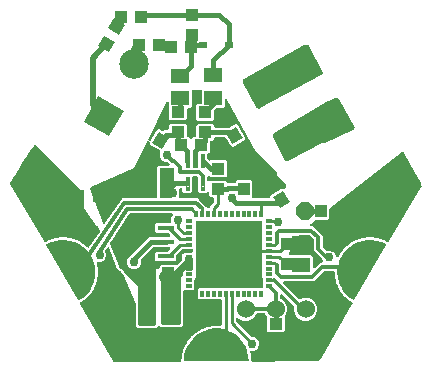
<source format=gbr>
G04 EAGLE Gerber RS-274X export*
G75*
%MOMM*%
%FSLAX34Y34*%
%LPD*%
%INBottom Copper*%
%IPPOS*%
%AMOC8*
5,1,8,0,0,1.08239X$1,22.5*%
G01*
%ADD10R,1.100000X1.000000*%
%ADD11R,1.300000X1.500000*%
%ADD12R,1.399997X0.400000*%
%ADD13R,1.500000X1.300000*%
%ADD14R,1.000000X1.100000*%
%ADD15R,2.500000X2.500000*%
%ADD16C,2.500000*%
%ADD17C,0.100000*%
%ADD18R,0.800000X0.500000*%
%ADD19C,1.000000*%
%ADD20C,1.524000*%
%ADD21P,1.649562X8X22.500000*%
%ADD22R,0.550000X0.297181*%
%ADD23R,0.297181X0.550000*%
%ADD24R,5.600000X5.600000*%
%ADD25R,1.800000X3.200000*%
%ADD26C,0.756400*%
%ADD27C,0.812800*%
%ADD28C,0.381000*%
%ADD29C,0.294641*%
%ADD30C,0.304800*%
%ADD31C,0.406400*%
%ADD32C,0.508000*%
%ADD33C,0.297181*%
%ADD34C,0.355600*%

G36*
X-30973Y-229D02*
X-30973Y-229D01*
X-30857Y-214D01*
X-30742Y-207D01*
X-30701Y-194D01*
X-30658Y-188D01*
X-30550Y-145D01*
X-30439Y-109D01*
X-30403Y-86D01*
X-30362Y-70D01*
X-30269Y-1D01*
X-30171Y61D01*
X-30141Y93D01*
X-30106Y118D01*
X-30032Y208D01*
X-29953Y293D01*
X-29932Y331D01*
X-29904Y364D01*
X-29855Y470D01*
X-29799Y571D01*
X-29788Y613D01*
X-29770Y653D01*
X-29749Y767D01*
X-29720Y879D01*
X-29716Y944D01*
X-29712Y965D01*
X-29713Y985D01*
X-29709Y1040D01*
X-29709Y1831D01*
X-29686Y1899D01*
X-29643Y1998D01*
X-29635Y2049D01*
X-29619Y2098D01*
X-29596Y2258D01*
X-29495Y3615D01*
X-29495Y3619D01*
X-29494Y3623D01*
X-29503Y3780D01*
X-29511Y3933D01*
X-29512Y3936D01*
X-29512Y3941D01*
X-29560Y4089D01*
X-29587Y4178D01*
X-29408Y4966D01*
X-29406Y4981D01*
X-29402Y4995D01*
X-29379Y5154D01*
X-29319Y5963D01*
X-29261Y6027D01*
X-29259Y6031D01*
X-29256Y6034D01*
X-29185Y6172D01*
X-29113Y6309D01*
X-29112Y6313D01*
X-29110Y6317D01*
X-29064Y6471D01*
X-28726Y7954D01*
X-28725Y7958D01*
X-28724Y7962D01*
X-28709Y8119D01*
X-28694Y8271D01*
X-28695Y8275D01*
X-28695Y8279D01*
X-28719Y8434D01*
X-28733Y8525D01*
X-28438Y9278D01*
X-28435Y9291D01*
X-28428Y9304D01*
X-28382Y9459D01*
X-28202Y10250D01*
X-28135Y10305D01*
X-28132Y10308D01*
X-28129Y10311D01*
X-28037Y10437D01*
X-27947Y10561D01*
X-27945Y10565D01*
X-27943Y10568D01*
X-27874Y10714D01*
X-27319Y12130D01*
X-27318Y12134D01*
X-27316Y12138D01*
X-27278Y12291D01*
X-27240Y12439D01*
X-27240Y12443D01*
X-27239Y12447D01*
X-27241Y12605D01*
X-27241Y12696D01*
X-26837Y13396D01*
X-26831Y13409D01*
X-26823Y13421D01*
X-26755Y13567D01*
X-26458Y14322D01*
X-26384Y14367D01*
X-26381Y14369D01*
X-26377Y14372D01*
X-26268Y14483D01*
X-26160Y14592D01*
X-26157Y14596D01*
X-26155Y14599D01*
X-26065Y14733D01*
X-25305Y16050D01*
X-25303Y16054D01*
X-25301Y16057D01*
X-25241Y16201D01*
X-25181Y16343D01*
X-25181Y16347D01*
X-25179Y16351D01*
X-25157Y16505D01*
X-25144Y16598D01*
X-24640Y17230D01*
X-24632Y17242D01*
X-24622Y17253D01*
X-24533Y17387D01*
X-24127Y18089D01*
X-24047Y18122D01*
X-24044Y18124D01*
X-24040Y18126D01*
X-23915Y18220D01*
X-23792Y18312D01*
X-23789Y18315D01*
X-23786Y18317D01*
X-23678Y18437D01*
X-22729Y19626D01*
X-22727Y19630D01*
X-22724Y19632D01*
X-22645Y19764D01*
X-22564Y19898D01*
X-22562Y19901D01*
X-22560Y19905D01*
X-22515Y20056D01*
X-22488Y20144D01*
X-21896Y20694D01*
X-21887Y20705D01*
X-21875Y20713D01*
X-21767Y20833D01*
X-21261Y21467D01*
X-21177Y21487D01*
X-21173Y21489D01*
X-21169Y21490D01*
X-21033Y21564D01*
X-20896Y21637D01*
X-20893Y21639D01*
X-20889Y21641D01*
X-20765Y21743D01*
X-19649Y22778D01*
X-19647Y22781D01*
X-19643Y22784D01*
X-19546Y22902D01*
X-19445Y23022D01*
X-19443Y23026D01*
X-19441Y23029D01*
X-19376Y23167D01*
X-19334Y23254D01*
X-18666Y23709D01*
X-18655Y23719D01*
X-18643Y23726D01*
X-18518Y23828D01*
X-17923Y24379D01*
X-17837Y24387D01*
X-17833Y24388D01*
X-17829Y24389D01*
X-17683Y24442D01*
X-17537Y24493D01*
X-17534Y24495D01*
X-17530Y24497D01*
X-17391Y24579D01*
X-16134Y25436D01*
X-16131Y25439D01*
X-16127Y25440D01*
X-16012Y25544D01*
X-15896Y25647D01*
X-15894Y25650D01*
X-15891Y25653D01*
X-15805Y25781D01*
X-15751Y25860D01*
X-15023Y26210D01*
X-15011Y26218D01*
X-14998Y26223D01*
X-14859Y26305D01*
X-14189Y26762D01*
X-14102Y26757D01*
X-14098Y26758D01*
X-14094Y26757D01*
X-13943Y26788D01*
X-13790Y26817D01*
X-13786Y26819D01*
X-13782Y26819D01*
X-13633Y26880D01*
X-12262Y27540D01*
X-12259Y27542D01*
X-12255Y27544D01*
X-12125Y27629D01*
X-11995Y27713D01*
X-11993Y27716D01*
X-11989Y27718D01*
X-11883Y27835D01*
X-11821Y27902D01*
X-11048Y28140D01*
X-11035Y28146D01*
X-11021Y28149D01*
X-10872Y28210D01*
X-10141Y28562D01*
X-10056Y28543D01*
X-10052Y28544D01*
X-10048Y28543D01*
X-9894Y28550D01*
X-9738Y28556D01*
X-9734Y28557D01*
X-9730Y28558D01*
X-9574Y28595D01*
X-8120Y29044D01*
X-8116Y29045D01*
X-8112Y29046D01*
X-7972Y29111D01*
X-7830Y29175D01*
X-7827Y29177D01*
X-7823Y29179D01*
X-7704Y29276D01*
X-7629Y29336D01*
X-6830Y29456D01*
X-6816Y29460D01*
X-6802Y29461D01*
X-6645Y29499D01*
X-5870Y29738D01*
X-5789Y29707D01*
X-5785Y29707D01*
X-5781Y29705D01*
X-5626Y29689D01*
X-5473Y29672D01*
X-5469Y29673D01*
X-5464Y29673D01*
X-5304Y29686D01*
X-3800Y29913D01*
X-3796Y29914D01*
X-3791Y29914D01*
X-3642Y29957D01*
X-3494Y30000D01*
X-3490Y30002D01*
X-3486Y30003D01*
X-3353Y30081D01*
X-3271Y30129D01*
X-2463Y30129D01*
X-2448Y30131D01*
X-2434Y30129D01*
X-2274Y30143D01*
X-1471Y30264D01*
X-1396Y30222D01*
X-1392Y30221D01*
X-1388Y30219D01*
X-1238Y30180D01*
X-1088Y30140D01*
X-1084Y30140D01*
X-1080Y30139D01*
X-919Y30129D01*
X602Y30129D01*
X606Y30130D01*
X610Y30129D01*
X764Y30149D01*
X918Y30169D01*
X921Y30170D01*
X925Y30171D01*
X1070Y30229D01*
X1157Y30264D01*
X1956Y30143D01*
X1970Y30143D01*
X1985Y30139D01*
X2145Y30129D01*
X3025Y30129D01*
X3143Y30144D01*
X3261Y30151D01*
X3300Y30164D01*
X3340Y30169D01*
X3451Y30213D01*
X3564Y30249D01*
X3598Y30271D01*
X3636Y30286D01*
X3732Y30356D01*
X3833Y30419D01*
X3860Y30449D01*
X3893Y30473D01*
X3969Y30564D01*
X4051Y30651D01*
X4070Y30687D01*
X4096Y30718D01*
X4147Y30825D01*
X4204Y30930D01*
X4214Y30969D01*
X4231Y31005D01*
X4254Y31122D01*
X4284Y31238D01*
X4287Y31298D01*
X4291Y31318D01*
X4290Y31338D01*
X4294Y31398D01*
X4294Y51411D01*
X4279Y51529D01*
X4271Y51648D01*
X4259Y51687D01*
X4254Y51727D01*
X4210Y51838D01*
X4173Y51951D01*
X4152Y51985D01*
X4137Y52022D01*
X4067Y52119D01*
X4003Y52219D01*
X3974Y52247D01*
X3950Y52280D01*
X3858Y52356D01*
X3772Y52437D01*
X3736Y52457D01*
X3705Y52483D01*
X3597Y52533D01*
X3493Y52591D01*
X3454Y52601D01*
X3417Y52618D01*
X3301Y52641D01*
X3185Y52670D01*
X3125Y52674D01*
X3105Y52678D01*
X3085Y52677D01*
X3025Y52681D01*
X-14523Y52681D01*
X-15724Y53882D01*
X-15724Y61081D01*
X-14523Y62282D01*
X38049Y62282D01*
X38167Y62297D01*
X38286Y62304D01*
X38324Y62317D01*
X38364Y62322D01*
X38475Y62366D01*
X38588Y62402D01*
X38622Y62424D01*
X38660Y62439D01*
X38756Y62509D01*
X38857Y62572D01*
X38885Y62602D01*
X38917Y62626D01*
X38993Y62717D01*
X39075Y62804D01*
X39094Y62840D01*
X39120Y62871D01*
X39171Y62978D01*
X39228Y63083D01*
X39238Y63122D01*
X39256Y63158D01*
X39278Y63275D01*
X39308Y63391D01*
X39312Y63451D01*
X39315Y63471D01*
X39314Y63491D01*
X39318Y63551D01*
X39318Y69721D01*
X39302Y69846D01*
X39293Y69971D01*
X39282Y70003D01*
X39278Y70037D01*
X39232Y70153D01*
X39192Y70272D01*
X39174Y70301D01*
X39161Y70332D01*
X39088Y70434D01*
X39019Y70539D01*
X38994Y70562D01*
X38974Y70590D01*
X38878Y70670D01*
X38785Y70755D01*
X38756Y70771D01*
X38729Y70793D01*
X38616Y70846D01*
X38505Y70905D01*
X38472Y70914D01*
X38442Y70928D01*
X38319Y70952D01*
X38197Y70982D01*
X38147Y70984D01*
X38129Y70988D01*
X38108Y70987D01*
X38036Y70990D01*
X-17424Y70430D01*
X-17536Y70415D01*
X-17648Y70408D01*
X-17693Y70393D01*
X-17739Y70387D01*
X-17844Y70345D01*
X-17951Y70310D01*
X-17990Y70285D01*
X-18034Y70267D01*
X-18124Y70200D01*
X-18219Y70140D01*
X-18252Y70106D01*
X-18289Y70078D01*
X-18360Y69990D01*
X-18437Y69908D01*
X-18460Y69867D01*
X-18489Y69831D01*
X-18536Y69728D01*
X-18591Y69630D01*
X-18603Y69584D01*
X-18622Y69542D01*
X-18642Y69431D01*
X-18670Y69322D01*
X-18675Y69250D01*
X-18679Y69229D01*
X-18677Y69210D01*
X-18681Y69161D01*
X-18681Y61439D01*
X-19882Y60238D01*
X-27160Y60238D01*
X-27278Y60223D01*
X-27397Y60215D01*
X-27435Y60203D01*
X-27476Y60198D01*
X-27586Y60154D01*
X-27699Y60117D01*
X-27734Y60096D01*
X-27771Y60081D01*
X-27867Y60011D01*
X-27968Y59947D01*
X-27996Y59918D01*
X-28029Y59894D01*
X-28105Y59802D01*
X-28186Y59715D01*
X-28206Y59680D01*
X-28231Y59649D01*
X-28282Y59541D01*
X-28340Y59437D01*
X-28350Y59398D01*
X-28367Y59361D01*
X-28389Y59244D01*
X-28419Y59129D01*
X-28423Y59069D01*
X-28427Y59049D01*
X-28425Y59029D01*
X-28429Y58968D01*
X-28429Y31168D01*
X-30375Y29223D01*
X-47413Y29223D01*
X-47918Y29728D01*
X-48012Y29801D01*
X-48101Y29880D01*
X-48137Y29898D01*
X-48169Y29923D01*
X-48279Y29970D01*
X-48385Y30025D01*
X-48424Y30033D01*
X-48461Y30049D01*
X-48579Y30068D01*
X-48695Y30094D01*
X-48735Y30093D01*
X-48775Y30099D01*
X-48894Y30088D01*
X-49013Y30085D01*
X-49052Y30073D01*
X-49092Y30069D01*
X-49204Y30029D01*
X-49318Y29996D01*
X-49353Y29976D01*
X-49391Y29962D01*
X-49490Y29895D01*
X-49592Y29835D01*
X-49637Y29795D01*
X-49654Y29783D01*
X-49668Y29768D01*
X-49713Y29728D01*
X-51012Y28429D01*
X-66463Y28429D01*
X-68408Y30375D01*
X-68408Y48249D01*
X-68409Y48253D01*
X-68408Y48258D01*
X-68429Y48409D01*
X-68448Y48564D01*
X-68450Y48569D01*
X-68450Y48573D01*
X-68501Y48726D01*
X-78161Y72529D01*
X-78167Y72541D01*
X-78171Y72554D01*
X-78245Y72680D01*
X-78316Y72806D01*
X-78326Y72816D01*
X-78333Y72828D01*
X-78439Y72949D01*
X-83536Y78046D01*
X-83646Y78131D01*
X-83753Y78220D01*
X-83777Y78233D01*
X-83787Y78241D01*
X-83806Y78249D01*
X-83894Y78297D01*
X-84412Y78540D01*
X-84531Y78872D01*
X-84549Y78906D01*
X-84560Y78943D01*
X-84621Y79047D01*
X-84676Y79155D01*
X-84702Y79184D01*
X-84721Y79217D01*
X-84828Y79338D01*
X-85077Y79587D01*
X-85077Y80158D01*
X-85094Y80297D01*
X-85108Y80435D01*
X-85115Y80462D01*
X-85117Y80474D01*
X-85124Y80493D01*
X-85153Y80590D01*
X-90662Y95832D01*
X-90685Y95877D01*
X-90700Y95925D01*
X-90757Y96018D01*
X-90807Y96116D01*
X-90840Y96153D01*
X-90866Y96196D01*
X-90945Y96272D01*
X-91017Y96354D01*
X-91059Y96382D01*
X-91095Y96417D01*
X-91190Y96471D01*
X-91280Y96532D01*
X-91328Y96549D01*
X-91371Y96574D01*
X-91477Y96603D01*
X-91580Y96640D01*
X-91630Y96645D01*
X-91678Y96658D01*
X-91788Y96659D01*
X-91896Y96670D01*
X-91946Y96662D01*
X-91996Y96662D01*
X-92103Y96637D01*
X-92210Y96620D01*
X-92257Y96600D01*
X-92305Y96588D01*
X-92402Y96536D01*
X-92502Y96493D01*
X-92542Y96462D01*
X-92586Y96439D01*
X-92667Y96365D01*
X-92753Y96298D01*
X-92784Y96258D01*
X-92821Y96224D01*
X-92918Y96096D01*
X-93929Y94550D01*
X-93954Y94497D01*
X-93988Y94450D01*
X-94024Y94355D01*
X-94068Y94264D01*
X-94080Y94207D01*
X-94100Y94153D01*
X-94112Y94051D01*
X-94132Y93952D01*
X-94129Y93894D01*
X-94136Y93836D01*
X-94121Y93736D01*
X-94116Y93634D01*
X-94099Y93579D01*
X-94091Y93522D01*
X-94039Y93369D01*
X-93206Y91358D01*
X-93206Y89038D01*
X-94094Y86894D01*
X-95735Y85253D01*
X-97879Y84365D01*
X-100207Y84365D01*
X-100308Y84352D01*
X-100410Y84349D01*
X-100465Y84333D01*
X-100522Y84325D01*
X-100617Y84288D01*
X-100715Y84259D01*
X-100764Y84230D01*
X-100818Y84208D01*
X-100900Y84148D01*
X-100988Y84096D01*
X-101029Y84055D01*
X-101075Y84021D01*
X-101140Y83943D01*
X-101212Y83871D01*
X-101241Y83821D01*
X-101278Y83777D01*
X-101322Y83684D01*
X-101373Y83596D01*
X-101389Y83541D01*
X-101414Y83489D01*
X-101433Y83389D01*
X-101461Y83291D01*
X-101463Y83233D01*
X-101473Y83176D01*
X-101467Y83075D01*
X-101470Y82973D01*
X-101455Y82880D01*
X-101454Y82859D01*
X-101449Y82846D01*
X-101444Y82814D01*
X-101137Y81464D01*
X-101135Y81460D01*
X-101135Y81456D01*
X-101081Y81311D01*
X-101028Y81165D01*
X-101025Y81162D01*
X-101024Y81158D01*
X-100935Y81031D01*
X-100882Y80953D01*
X-100822Y80147D01*
X-100819Y80133D01*
X-100819Y80118D01*
X-100794Y79959D01*
X-100613Y79168D01*
X-100650Y79090D01*
X-100651Y79086D01*
X-100652Y79082D01*
X-100680Y78927D01*
X-100708Y78777D01*
X-100708Y78773D01*
X-100709Y78769D01*
X-100707Y78608D01*
X-100594Y77088D01*
X-100593Y77084D01*
X-100593Y77080D01*
X-100561Y76928D01*
X-100530Y76777D01*
X-100529Y76773D01*
X-100528Y76769D01*
X-100459Y76630D01*
X-100418Y76545D01*
X-100479Y75739D01*
X-100478Y75725D01*
X-100481Y75711D01*
X-100479Y75550D01*
X-100418Y74740D01*
X-100466Y74668D01*
X-100468Y74664D01*
X-100470Y74661D01*
X-100520Y74513D01*
X-100571Y74368D01*
X-100571Y74364D01*
X-100572Y74360D01*
X-100595Y74200D01*
X-100709Y72681D01*
X-100709Y72677D01*
X-100710Y72673D01*
X-100701Y72518D01*
X-100693Y72363D01*
X-100692Y72359D01*
X-100691Y72355D01*
X-100645Y72208D01*
X-100616Y72117D01*
X-100796Y71329D01*
X-100798Y71315D01*
X-100803Y71301D01*
X-100825Y71142D01*
X-100886Y70333D01*
X-100944Y70269D01*
X-100946Y70265D01*
X-100948Y70262D01*
X-101020Y70123D01*
X-101092Y69987D01*
X-101093Y69983D01*
X-101095Y69979D01*
X-101140Y69825D01*
X-101480Y68340D01*
X-101480Y68335D01*
X-101482Y68332D01*
X-101493Y68213D01*
X-101508Y68134D01*
X-101505Y68088D01*
X-101511Y68023D01*
X-101511Y68019D01*
X-101511Y68015D01*
X-101494Y67906D01*
X-101488Y67817D01*
X-101472Y67768D01*
X-101768Y67017D01*
X-101771Y67002D01*
X-101778Y66990D01*
X-101824Y66835D01*
X-102004Y66044D01*
X-102072Y65989D01*
X-102074Y65986D01*
X-102077Y65983D01*
X-102167Y65859D01*
X-102260Y65733D01*
X-102261Y65729D01*
X-102264Y65726D01*
X-102332Y65580D01*
X-102889Y64162D01*
X-102890Y64158D01*
X-102892Y64154D01*
X-102930Y64003D01*
X-102967Y63854D01*
X-102967Y63850D01*
X-102968Y63846D01*
X-102967Y63691D01*
X-102967Y63596D01*
X-103371Y62896D01*
X-103377Y62883D01*
X-103385Y62871D01*
X-103453Y62726D01*
X-103750Y61970D01*
X-103825Y61926D01*
X-103828Y61923D01*
X-103831Y61921D01*
X-103939Y61811D01*
X-104049Y61701D01*
X-104051Y61697D01*
X-104054Y61694D01*
X-104143Y61560D01*
X-104905Y60241D01*
X-104907Y60237D01*
X-104909Y60234D01*
X-104969Y60089D01*
X-105029Y59948D01*
X-105029Y59944D01*
X-105031Y59940D01*
X-105052Y59788D01*
X-105066Y59693D01*
X-105570Y59061D01*
X-105578Y59049D01*
X-105588Y59039D01*
X-105677Y58905D01*
X-106083Y58202D01*
X-106164Y58169D01*
X-106167Y58167D01*
X-106171Y58165D01*
X-106294Y58072D01*
X-106419Y57980D01*
X-106422Y57977D01*
X-106425Y57974D01*
X-106533Y57855D01*
X-107483Y56664D01*
X-107486Y56660D01*
X-107489Y56658D01*
X-107568Y56525D01*
X-107649Y56393D01*
X-107650Y56389D01*
X-107652Y56385D01*
X-107697Y56237D01*
X-107724Y56146D01*
X-108317Y55597D01*
X-108326Y55586D01*
X-108338Y55577D01*
X-108446Y55458D01*
X-108952Y54824D01*
X-109036Y54803D01*
X-109040Y54801D01*
X-109044Y54800D01*
X-109183Y54725D01*
X-109317Y54654D01*
X-109320Y54651D01*
X-109324Y54649D01*
X-109449Y54547D01*
X-110566Y53511D01*
X-110569Y53508D01*
X-110572Y53506D01*
X-110671Y53387D01*
X-110770Y53268D01*
X-110772Y53264D01*
X-110775Y53261D01*
X-110841Y53120D01*
X-110881Y53035D01*
X-111549Y52581D01*
X-111560Y52571D01*
X-111573Y52564D01*
X-111697Y52462D01*
X-112292Y51911D01*
X-112379Y51903D01*
X-112383Y51902D01*
X-112387Y51901D01*
X-112535Y51848D01*
X-112679Y51797D01*
X-112682Y51795D01*
X-112686Y51793D01*
X-112825Y51711D01*
X-113951Y50944D01*
X-113990Y50910D01*
X-114034Y50882D01*
X-114109Y50805D01*
X-114190Y50733D01*
X-114219Y50690D01*
X-114254Y50653D01*
X-114267Y50631D01*
X-114950Y50237D01*
X-115045Y50165D01*
X-115145Y50099D01*
X-115172Y50069D01*
X-115204Y50045D01*
X-115278Y49951D01*
X-115358Y49863D01*
X-115376Y49827D01*
X-115401Y49796D01*
X-115450Y49686D01*
X-115505Y49581D01*
X-115515Y49542D01*
X-115531Y49505D01*
X-115551Y49388D01*
X-115578Y49271D01*
X-115577Y49231D01*
X-115584Y49192D01*
X-115574Y49073D01*
X-115572Y48953D01*
X-115561Y48915D01*
X-115558Y48875D01*
X-115519Y48762D01*
X-115487Y48647D01*
X-115460Y48593D01*
X-115454Y48574D01*
X-115442Y48557D01*
X-115415Y48503D01*
X-87489Y149D01*
X-87423Y62D01*
X-87365Y-29D01*
X-87327Y-64D01*
X-87296Y-105D01*
X-87211Y-172D01*
X-87132Y-246D01*
X-87087Y-271D01*
X-87047Y-302D01*
X-86948Y-346D01*
X-86853Y-398D01*
X-86803Y-411D01*
X-86757Y-432D01*
X-86650Y-450D01*
X-86544Y-476D01*
X-86465Y-481D01*
X-86443Y-485D01*
X-86426Y-483D01*
X-86384Y-486D01*
X-30973Y-229D01*
G37*
G36*
X102284Y88393D02*
X102284Y88393D01*
X102292Y88393D01*
X102442Y88424D01*
X102588Y88452D01*
X102595Y88456D01*
X102603Y88457D01*
X102740Y88524D01*
X102876Y88588D01*
X102882Y88594D01*
X102889Y88597D01*
X103005Y88696D01*
X103120Y88792D01*
X103125Y88798D01*
X103131Y88803D01*
X103218Y88927D01*
X103307Y89049D01*
X103311Y89059D01*
X103314Y89063D01*
X103319Y89075D01*
X103375Y89195D01*
X103424Y89320D01*
X103498Y89365D01*
X103501Y89367D01*
X103505Y89370D01*
X103613Y89480D01*
X103722Y89590D01*
X103725Y89594D01*
X103727Y89597D01*
X103817Y89731D01*
X104578Y91051D01*
X104580Y91054D01*
X104582Y91058D01*
X104641Y91201D01*
X104701Y91344D01*
X104702Y91348D01*
X104703Y91352D01*
X104725Y91507D01*
X104739Y91599D01*
X105242Y92230D01*
X105250Y92243D01*
X105260Y92253D01*
X105349Y92387D01*
X105755Y93090D01*
X105835Y93123D01*
X105838Y93125D01*
X105842Y93127D01*
X105964Y93219D01*
X106090Y93312D01*
X106093Y93316D01*
X106096Y93318D01*
X106204Y93437D01*
X107154Y94629D01*
X107156Y94632D01*
X107159Y94635D01*
X107238Y94768D01*
X107319Y94901D01*
X107321Y94905D01*
X107323Y94908D01*
X107366Y95054D01*
X107394Y95147D01*
X107987Y95697D01*
X107996Y95708D01*
X108008Y95717D01*
X108116Y95836D01*
X108621Y96470D01*
X108706Y96491D01*
X108709Y96493D01*
X108713Y96494D01*
X108851Y96568D01*
X108986Y96640D01*
X108989Y96643D01*
X108993Y96645D01*
X109118Y96747D01*
X110234Y97784D01*
X110237Y97787D01*
X110240Y97789D01*
X110339Y97909D01*
X110438Y98027D01*
X110440Y98031D01*
X110443Y98034D01*
X110507Y98172D01*
X110549Y98260D01*
X111217Y98715D01*
X111228Y98725D01*
X111240Y98732D01*
X111365Y98834D01*
X111960Y99386D01*
X112046Y99393D01*
X112050Y99395D01*
X112054Y99395D01*
X112200Y99448D01*
X112346Y99499D01*
X112349Y99501D01*
X112353Y99503D01*
X112492Y99585D01*
X113750Y100444D01*
X113753Y100446D01*
X113757Y100448D01*
X113873Y100552D01*
X113989Y100654D01*
X113991Y100658D01*
X113994Y100661D01*
X114081Y100790D01*
X114133Y100868D01*
X114861Y101219D01*
X114873Y101226D01*
X114887Y101231D01*
X115025Y101313D01*
X115695Y101771D01*
X115782Y101765D01*
X115786Y101766D01*
X115790Y101766D01*
X115943Y101796D01*
X116094Y101826D01*
X116098Y101827D01*
X116102Y101828D01*
X116251Y101889D01*
X117624Y102550D01*
X117627Y102552D01*
X117631Y102554D01*
X117763Y102640D01*
X117891Y102723D01*
X117893Y102726D01*
X117897Y102728D01*
X118001Y102843D01*
X118065Y102912D01*
X118837Y103151D01*
X118851Y103157D01*
X118865Y103160D01*
X119014Y103220D01*
X119745Y103572D01*
X119830Y103554D01*
X119834Y103554D01*
X119838Y103554D01*
X119994Y103561D01*
X120147Y103567D01*
X120151Y103568D01*
X120155Y103569D01*
X120312Y103606D01*
X121768Y104056D01*
X121772Y104057D01*
X121776Y104058D01*
X121917Y104124D01*
X122057Y104187D01*
X122061Y104189D01*
X122064Y104191D01*
X122185Y104290D01*
X122258Y104348D01*
X123057Y104469D01*
X123071Y104473D01*
X123086Y104473D01*
X123242Y104511D01*
X124017Y104750D01*
X124099Y104720D01*
X124103Y104719D01*
X124107Y104718D01*
X124263Y104702D01*
X124415Y104685D01*
X124419Y104686D01*
X124423Y104685D01*
X124583Y104699D01*
X126090Y104927D01*
X126094Y104928D01*
X126098Y104928D01*
X126248Y104972D01*
X126396Y105013D01*
X126400Y105016D01*
X126404Y105017D01*
X126536Y105095D01*
X126619Y105143D01*
X127427Y105143D01*
X127441Y105145D01*
X127456Y105144D01*
X127616Y105157D01*
X128418Y105279D01*
X128494Y105236D01*
X128498Y105235D01*
X128501Y105233D01*
X128651Y105195D01*
X128801Y105155D01*
X128805Y105155D01*
X128809Y105154D01*
X128970Y105144D01*
X130494Y105144D01*
X130498Y105145D01*
X130502Y105144D01*
X130656Y105165D01*
X130809Y105184D01*
X130813Y105186D01*
X130817Y105186D01*
X130962Y105245D01*
X131049Y105279D01*
X131848Y105159D01*
X131862Y105158D01*
X131876Y105155D01*
X132037Y105145D01*
X132848Y105145D01*
X132917Y105092D01*
X132920Y105090D01*
X132924Y105088D01*
X133069Y105026D01*
X133209Y104966D01*
X133213Y104965D01*
X133216Y104963D01*
X133374Y104929D01*
X134881Y104703D01*
X134885Y104703D01*
X134889Y104701D01*
X135044Y104699D01*
X135199Y104695D01*
X135202Y104696D01*
X135207Y104696D01*
X135359Y104732D01*
X135449Y104753D01*
X136222Y104515D01*
X136236Y104513D01*
X136249Y104507D01*
X136407Y104473D01*
X137209Y104352D01*
X137269Y104290D01*
X137272Y104288D01*
X137275Y104285D01*
X137406Y104204D01*
X137539Y104121D01*
X137542Y104120D01*
X137546Y104118D01*
X137697Y104061D01*
X139153Y103612D01*
X139157Y103612D01*
X139161Y103610D01*
X139315Y103584D01*
X139466Y103557D01*
X139470Y103558D01*
X139474Y103557D01*
X139629Y103570D01*
X139723Y103577D01*
X140451Y103227D01*
X140465Y103222D01*
X140477Y103215D01*
X140628Y103158D01*
X141403Y102919D01*
X141453Y102848D01*
X141456Y102845D01*
X141458Y102842D01*
X141576Y102742D01*
X141694Y102641D01*
X141698Y102639D01*
X141701Y102637D01*
X141841Y102558D01*
X143070Y101967D01*
X143119Y101950D01*
X143165Y101926D01*
X143269Y101900D01*
X143372Y101866D01*
X143423Y101862D01*
X143474Y101850D01*
X143499Y101850D01*
X144392Y101335D01*
X144412Y101326D01*
X144476Y101290D01*
X144647Y101208D01*
X144710Y101187D01*
X144770Y101157D01*
X144861Y101137D01*
X144948Y101107D01*
X145015Y101102D01*
X145081Y101088D01*
X145173Y101091D01*
X145266Y101084D01*
X145332Y101096D01*
X145399Y101099D01*
X145487Y101125D01*
X145579Y101141D01*
X145640Y101169D01*
X145704Y101188D01*
X145783Y101235D01*
X145867Y101274D01*
X145920Y101316D01*
X145977Y101351D01*
X146042Y101416D01*
X146114Y101475D01*
X146154Y101528D01*
X146202Y101576D01*
X146292Y101709D01*
X173417Y147922D01*
X173451Y148003D01*
X173495Y148079D01*
X173514Y148148D01*
X173542Y148214D01*
X173555Y148301D01*
X173579Y148386D01*
X173580Y148458D01*
X173591Y148528D01*
X173582Y148616D01*
X173583Y148704D01*
X173567Y148774D01*
X173560Y148845D01*
X173530Y148928D01*
X173509Y149013D01*
X173456Y149131D01*
X173451Y149144D01*
X173448Y149149D01*
X173443Y149160D01*
X173114Y149779D01*
X173474Y150405D01*
X173484Y150436D01*
X173493Y150449D01*
X173497Y150474D01*
X173498Y150477D01*
X173529Y150548D01*
X173530Y150571D01*
X173537Y150593D01*
X173531Y150670D01*
X173532Y150747D01*
X173523Y150771D01*
X173521Y150792D01*
X173501Y150831D01*
X173474Y150903D01*
X163974Y167403D01*
X163955Y167425D01*
X163943Y167451D01*
X163890Y167499D01*
X163842Y167552D01*
X163816Y167565D01*
X163795Y167584D01*
X163727Y167607D01*
X163663Y167638D01*
X163634Y167639D01*
X163624Y167643D01*
X158680Y176949D01*
X158638Y177008D01*
X158605Y177072D01*
X158547Y177137D01*
X158497Y177209D01*
X158442Y177256D01*
X158394Y177310D01*
X158321Y177358D01*
X158255Y177415D01*
X158190Y177447D01*
X158130Y177487D01*
X158047Y177516D01*
X157969Y177554D01*
X157898Y177569D01*
X157830Y177593D01*
X157743Y177601D01*
X157657Y177619D01*
X157585Y177615D01*
X157513Y177622D01*
X157427Y177608D01*
X157340Y177603D01*
X157271Y177582D01*
X157199Y177570D01*
X157119Y177535D01*
X157036Y177510D01*
X156974Y177472D01*
X156908Y177443D01*
X156775Y177352D01*
X96056Y129684D01*
X96045Y129673D01*
X96032Y129665D01*
X95933Y129560D01*
X95833Y129458D01*
X95825Y129444D01*
X95814Y129433D01*
X95745Y129307D01*
X95672Y129183D01*
X95668Y129168D01*
X95660Y129154D01*
X95625Y129015D01*
X95585Y128878D01*
X95585Y128862D01*
X95581Y128847D01*
X95571Y128686D01*
X95571Y121468D01*
X94369Y120267D01*
X84499Y120267D01*
X84476Y120264D01*
X84453Y120266D01*
X84319Y120244D01*
X84183Y120227D01*
X84162Y120218D01*
X84139Y120215D01*
X84014Y120160D01*
X83888Y120110D01*
X83869Y120096D01*
X83848Y120087D01*
X83715Y119996D01*
X79587Y116755D01*
X79547Y116715D01*
X79502Y116682D01*
X79436Y116603D01*
X79363Y116529D01*
X79335Y116480D01*
X79299Y116437D01*
X79255Y116344D01*
X79203Y116254D01*
X79188Y116200D01*
X79164Y116150D01*
X79144Y116048D01*
X79116Y115948D01*
X79114Y115892D01*
X79104Y115837D01*
X79110Y115734D01*
X79108Y115630D01*
X79120Y115576D01*
X79124Y115520D01*
X79156Y115422D01*
X79179Y115320D01*
X79204Y115271D01*
X79222Y115217D01*
X79277Y115130D01*
X79325Y115038D01*
X79362Y114996D01*
X79392Y114949D01*
X79467Y114878D01*
X79536Y114800D01*
X79583Y114769D01*
X79624Y114731D01*
X79714Y114681D01*
X79800Y114623D01*
X79853Y114604D01*
X79902Y114577D01*
X80002Y114551D01*
X80100Y114517D01*
X80156Y114512D01*
X80210Y114498D01*
X80371Y114487D01*
X81808Y114487D01*
X89718Y106577D01*
X89718Y97578D01*
X89730Y97480D01*
X89733Y97381D01*
X89750Y97323D01*
X89758Y97263D01*
X89794Y97171D01*
X89822Y97076D01*
X89852Y97023D01*
X89875Y96967D01*
X89933Y96887D01*
X89983Y96802D01*
X90050Y96726D01*
X90062Y96710D01*
X90071Y96702D01*
X90090Y96681D01*
X92486Y94284D01*
X92509Y94266D01*
X92529Y94244D01*
X92635Y94169D01*
X92737Y94089D01*
X92764Y94078D01*
X92789Y94061D01*
X92910Y94015D01*
X93029Y93963D01*
X93058Y93958D01*
X93086Y93948D01*
X93215Y93934D01*
X93343Y93913D01*
X93373Y93916D01*
X93402Y93913D01*
X93530Y93931D01*
X93660Y93943D01*
X93688Y93953D01*
X93717Y93957D01*
X93869Y94009D01*
X93946Y94041D01*
X96267Y94041D01*
X98411Y93153D01*
X100051Y91512D01*
X101020Y89173D01*
X101095Y89042D01*
X101168Y88909D01*
X101174Y88904D01*
X101178Y88897D01*
X101283Y88788D01*
X101387Y88678D01*
X101394Y88674D01*
X101399Y88668D01*
X101527Y88590D01*
X101656Y88509D01*
X101663Y88506D01*
X101670Y88502D01*
X101814Y88458D01*
X101958Y88411D01*
X101967Y88411D01*
X101974Y88408D01*
X102126Y88401D01*
X102276Y88392D01*
X102284Y88393D01*
G37*
G36*
X67197Y225D02*
X67197Y225D01*
X67225Y204D01*
X67253Y197D01*
X67277Y182D01*
X67377Y165D01*
X67418Y155D01*
X67429Y157D01*
X67441Y155D01*
X86441Y155D01*
X86517Y170D01*
X86595Y179D01*
X86614Y190D01*
X86636Y194D01*
X86700Y238D01*
X86768Y276D01*
X86784Y296D01*
X86800Y307D01*
X86824Y344D01*
X86874Y405D01*
X89116Y4298D01*
X115066Y48510D01*
X115115Y48624D01*
X115170Y48735D01*
X115178Y48770D01*
X115192Y48803D01*
X115211Y48925D01*
X115236Y49046D01*
X115235Y49082D01*
X115240Y49117D01*
X115228Y49240D01*
X115223Y49364D01*
X115213Y49398D01*
X115210Y49434D01*
X115167Y49550D01*
X115132Y49668D01*
X115113Y49699D01*
X115101Y49732D01*
X115031Y49835D01*
X114967Y49941D01*
X114942Y49966D01*
X114921Y49995D01*
X114829Y50076D01*
X114740Y50163D01*
X114697Y50192D01*
X114682Y50205D01*
X114663Y50214D01*
X114606Y50252D01*
X113947Y50632D01*
X113899Y50687D01*
X113835Y50773D01*
X113795Y50806D01*
X113761Y50845D01*
X113634Y50944D01*
X112507Y51711D01*
X112503Y51713D01*
X112500Y51716D01*
X112360Y51786D01*
X112224Y51856D01*
X112220Y51857D01*
X112216Y51859D01*
X112061Y51893D01*
X111973Y51913D01*
X111380Y52462D01*
X111368Y52471D01*
X111359Y52482D01*
X111232Y52581D01*
X110561Y53037D01*
X110535Y53120D01*
X110532Y53123D01*
X110531Y53127D01*
X110448Y53257D01*
X110365Y53388D01*
X110361Y53391D01*
X110359Y53395D01*
X110248Y53511D01*
X109131Y54547D01*
X109128Y54550D01*
X109125Y54553D01*
X108999Y54642D01*
X108873Y54733D01*
X108869Y54734D01*
X108865Y54737D01*
X108724Y54791D01*
X108633Y54826D01*
X108129Y55458D01*
X108118Y55468D01*
X108110Y55480D01*
X108000Y55597D01*
X107405Y56148D01*
X107391Y56234D01*
X107389Y56238D01*
X107388Y56242D01*
X107325Y56383D01*
X107262Y56525D01*
X107260Y56528D01*
X107258Y56532D01*
X107166Y56664D01*
X106216Y57855D01*
X106213Y57858D01*
X106210Y57861D01*
X106099Y57968D01*
X105988Y58077D01*
X105984Y58079D01*
X105981Y58082D01*
X105845Y58158D01*
X105764Y58205D01*
X105360Y58905D01*
X105351Y58916D01*
X105345Y58929D01*
X105253Y59061D01*
X104747Y59695D01*
X104746Y59782D01*
X104745Y59786D01*
X104745Y59790D01*
X104705Y59934D01*
X104663Y60089D01*
X104660Y60093D01*
X104659Y60097D01*
X104588Y60241D01*
X103826Y61560D01*
X103823Y61563D01*
X103821Y61567D01*
X103726Y61691D01*
X103633Y61813D01*
X103630Y61816D01*
X103628Y61819D01*
X103505Y61915D01*
X103431Y61973D01*
X103136Y62726D01*
X103129Y62738D01*
X103125Y62752D01*
X103054Y62896D01*
X102648Y63599D01*
X102659Y63685D01*
X102659Y63689D01*
X102660Y63693D01*
X102641Y63845D01*
X102623Y64001D01*
X102621Y64005D01*
X102621Y64009D01*
X102572Y64162D01*
X102015Y65580D01*
X102013Y65584D01*
X102012Y65588D01*
X101936Y65723D01*
X101862Y65859D01*
X101859Y65862D01*
X101857Y65866D01*
X101753Y65976D01*
X101686Y66047D01*
X101506Y66835D01*
X101501Y66849D01*
X101499Y66863D01*
X101450Y67017D01*
X101154Y67771D01*
X101178Y67855D01*
X101178Y67859D01*
X101179Y67863D01*
X101181Y67925D01*
X101190Y67973D01*
X101185Y68058D01*
X101189Y68172D01*
X101188Y68177D01*
X101188Y68181D01*
X101171Y68288D01*
X101171Y68291D01*
X101170Y68292D01*
X101162Y68340D01*
X100823Y69825D01*
X100821Y69829D01*
X100821Y69833D01*
X100767Y69978D01*
X100714Y70124D01*
X100711Y70127D01*
X100710Y70131D01*
X100621Y70259D01*
X100568Y70336D01*
X100507Y71142D01*
X100504Y71156D01*
X100505Y71171D01*
X100479Y71329D01*
X100298Y72120D01*
X100335Y72199D01*
X100335Y72203D01*
X100337Y72207D01*
X100364Y72355D01*
X100393Y72512D01*
X100393Y72516D01*
X100393Y72520D01*
X100391Y72681D01*
X100277Y74200D01*
X100276Y74204D01*
X100276Y74208D01*
X100244Y74363D01*
X100214Y74512D01*
X100212Y74515D01*
X100211Y74520D01*
X100142Y74660D01*
X100101Y74744D01*
X100140Y75268D01*
X100140Y75275D01*
X100141Y75282D01*
X100132Y75434D01*
X100124Y75586D01*
X100122Y75593D01*
X100122Y75600D01*
X100075Y75744D01*
X100029Y75890D01*
X100026Y75896D01*
X100023Y75902D01*
X99942Y76031D01*
X99862Y76160D01*
X99857Y76165D01*
X99853Y76171D01*
X99742Y76275D01*
X99633Y76381D01*
X99627Y76384D01*
X99622Y76389D01*
X99489Y76462D01*
X99356Y76537D01*
X99349Y76539D01*
X99343Y76542D01*
X99196Y76580D01*
X99049Y76620D01*
X99042Y76620D01*
X99035Y76622D01*
X98875Y76632D01*
X91451Y76632D01*
X91353Y76620D01*
X91254Y76617D01*
X91196Y76600D01*
X91136Y76592D01*
X91043Y76556D01*
X90948Y76528D01*
X90896Y76498D01*
X90840Y76475D01*
X90760Y76417D01*
X90674Y76367D01*
X90599Y76300D01*
X90583Y76288D01*
X90575Y76279D01*
X90554Y76260D01*
X82184Y67891D01*
X57703Y67891D01*
X57566Y67874D01*
X57427Y67861D01*
X57408Y67854D01*
X57388Y67851D01*
X57259Y67800D01*
X57128Y67753D01*
X57111Y67742D01*
X57092Y67734D01*
X56980Y67653D01*
X56865Y67575D01*
X56851Y67559D01*
X56835Y67548D01*
X56746Y67440D01*
X56654Y67336D01*
X56645Y67318D01*
X56632Y67303D01*
X56573Y67177D01*
X56510Y67053D01*
X56505Y67033D01*
X56497Y67015D01*
X56470Y66879D01*
X56440Y66743D01*
X56441Y66722D01*
X56437Y66702D01*
X56445Y66564D01*
X56450Y66425D01*
X56455Y66405D01*
X56456Y66385D01*
X56499Y66253D01*
X56538Y66119D01*
X56548Y66102D01*
X56555Y66083D01*
X56629Y65965D01*
X56700Y65845D01*
X56718Y65824D01*
X56725Y65814D01*
X56740Y65800D01*
X56806Y65724D01*
X69296Y53235D01*
X69319Y53216D01*
X69338Y53194D01*
X69444Y53119D01*
X69547Y53040D01*
X69574Y53028D01*
X69598Y53011D01*
X69720Y52965D01*
X69839Y52913D01*
X69868Y52909D01*
X69896Y52898D01*
X70025Y52884D01*
X70153Y52863D01*
X70182Y52866D01*
X70212Y52863D01*
X70340Y52881D01*
X70470Y52893D01*
X70497Y52903D01*
X70527Y52907D01*
X70679Y52959D01*
X73483Y54121D01*
X77330Y54121D01*
X80884Y52648D01*
X83605Y49928D01*
X85077Y46374D01*
X85077Y42526D01*
X83605Y38972D01*
X80884Y36252D01*
X77330Y34779D01*
X73483Y34779D01*
X69928Y36252D01*
X67208Y38972D01*
X65736Y42526D01*
X65736Y46158D01*
X65723Y46257D01*
X65720Y46356D01*
X65703Y46414D01*
X65696Y46474D01*
X65659Y46566D01*
X65632Y46661D01*
X65601Y46713D01*
X65579Y46770D01*
X65521Y46850D01*
X65470Y46935D01*
X65404Y47010D01*
X65392Y47027D01*
X65382Y47035D01*
X65364Y47056D01*
X55748Y56672D01*
X55638Y56757D01*
X55531Y56846D01*
X55512Y56854D01*
X55496Y56867D01*
X55368Y56922D01*
X55243Y56981D01*
X55223Y56985D01*
X55205Y56993D01*
X55067Y57015D01*
X54931Y57041D01*
X54911Y57040D01*
X54891Y57043D01*
X54751Y57030D01*
X54613Y57021D01*
X54594Y57015D01*
X54574Y57013D01*
X54443Y56966D01*
X54311Y56923D01*
X54294Y56912D01*
X54275Y56906D01*
X54160Y56827D01*
X54042Y56753D01*
X54028Y56738D01*
X54011Y56727D01*
X53920Y56623D01*
X53824Y56521D01*
X53814Y56504D01*
X53801Y56489D01*
X53738Y56365D01*
X53671Y56243D01*
X53666Y56223D01*
X53656Y56205D01*
X53626Y56069D01*
X53591Y55935D01*
X53589Y55907D01*
X53587Y55895D01*
X53587Y55875D01*
X53581Y55774D01*
X53581Y54285D01*
X53585Y54256D01*
X53582Y54226D01*
X53605Y54098D01*
X53621Y53969D01*
X53632Y53942D01*
X53637Y53913D01*
X53690Y53794D01*
X53738Y53674D01*
X53755Y53650D01*
X53767Y53623D01*
X53848Y53521D01*
X53925Y53416D01*
X53947Y53398D01*
X53966Y53374D01*
X54070Y53296D01*
X54170Y53214D01*
X54196Y53201D01*
X54220Y53183D01*
X54365Y53112D01*
X55484Y52648D01*
X58205Y49928D01*
X59677Y46374D01*
X59677Y42526D01*
X58205Y38972D01*
X57929Y38696D01*
X57868Y38618D01*
X57800Y38546D01*
X57771Y38493D01*
X57734Y38445D01*
X57694Y38354D01*
X57647Y38267D01*
X57632Y38209D01*
X57607Y38153D01*
X57592Y38055D01*
X57567Y37959D01*
X57561Y37859D01*
X57558Y37839D01*
X57559Y37826D01*
X57557Y37798D01*
X57557Y25987D01*
X56356Y24786D01*
X43657Y24786D01*
X42456Y25987D01*
X42456Y37798D01*
X42443Y37897D01*
X42440Y37996D01*
X42423Y38054D01*
X42416Y38114D01*
X42379Y38206D01*
X42352Y38301D01*
X42321Y38353D01*
X42299Y38410D01*
X42241Y38490D01*
X42190Y38575D01*
X42124Y38651D01*
X42112Y38667D01*
X42102Y38675D01*
X42084Y38696D01*
X41808Y38972D01*
X41344Y40092D01*
X41329Y40117D01*
X41320Y40145D01*
X41251Y40255D01*
X41186Y40368D01*
X41166Y40389D01*
X41150Y40414D01*
X41055Y40503D01*
X40965Y40596D01*
X40940Y40612D01*
X40918Y40632D01*
X40805Y40695D01*
X40694Y40763D01*
X40666Y40771D01*
X40640Y40786D01*
X40514Y40818D01*
X40390Y40856D01*
X40361Y40858D01*
X40332Y40865D01*
X40171Y40875D01*
X34441Y40875D01*
X34412Y40872D01*
X34382Y40874D01*
X34254Y40852D01*
X34126Y40835D01*
X34098Y40825D01*
X34069Y40820D01*
X33951Y40766D01*
X33830Y40718D01*
X33806Y40701D01*
X33779Y40689D01*
X33678Y40608D01*
X33573Y40532D01*
X33554Y40509D01*
X33531Y40490D01*
X33453Y40387D01*
X33370Y40287D01*
X33357Y40260D01*
X33339Y40236D01*
X33269Y40092D01*
X32805Y38972D01*
X30084Y36252D01*
X26530Y34779D01*
X22683Y34779D01*
X19128Y36252D01*
X18510Y36869D01*
X18401Y36954D01*
X18294Y37043D01*
X18275Y37052D01*
X18259Y37064D01*
X18131Y37120D01*
X18006Y37179D01*
X17986Y37183D01*
X17967Y37191D01*
X17829Y37213D01*
X17693Y37239D01*
X17673Y37237D01*
X17653Y37240D01*
X17514Y37227D01*
X17376Y37219D01*
X17357Y37213D01*
X17337Y37211D01*
X17206Y37164D01*
X17074Y37121D01*
X17056Y37110D01*
X17037Y37103D01*
X16923Y37025D01*
X16805Y36951D01*
X16791Y36936D01*
X16774Y36924D01*
X16682Y36820D01*
X16587Y36719D01*
X16577Y36701D01*
X16564Y36686D01*
X16501Y36562D01*
X16433Y36440D01*
X16428Y36421D01*
X16419Y36403D01*
X16389Y36267D01*
X16354Y36133D01*
X16352Y36104D01*
X16349Y36093D01*
X16350Y36072D01*
X16344Y35972D01*
X16344Y34409D01*
X16356Y34311D01*
X16359Y34212D01*
X16376Y34154D01*
X16384Y34094D01*
X16420Y34002D01*
X16448Y33907D01*
X16478Y33855D01*
X16501Y33798D01*
X16559Y33718D01*
X16609Y33633D01*
X16675Y33557D01*
X16687Y33541D01*
X16697Y33533D01*
X16715Y33512D01*
X28942Y21286D01*
X29020Y21225D01*
X29092Y21157D01*
X29145Y21128D01*
X29193Y21091D01*
X29284Y21051D01*
X29371Y21004D01*
X29429Y20989D01*
X29485Y20964D01*
X29583Y20949D01*
X29678Y20924D01*
X29778Y20918D01*
X29799Y20915D01*
X29811Y20916D01*
X29839Y20914D01*
X31323Y20914D01*
X33466Y20026D01*
X35107Y18385D01*
X35995Y16241D01*
X35995Y13921D01*
X35107Y11777D01*
X33466Y10136D01*
X31323Y9249D01*
X29704Y9249D01*
X29603Y9236D01*
X29501Y9232D01*
X29446Y9216D01*
X29389Y9209D01*
X29294Y9171D01*
X29196Y9142D01*
X29146Y9113D01*
X29093Y9092D01*
X29011Y9032D01*
X28923Y8979D01*
X28882Y8939D01*
X28836Y8905D01*
X28771Y8826D01*
X28699Y8754D01*
X28670Y8704D01*
X28633Y8660D01*
X28589Y8567D01*
X28538Y8479D01*
X28522Y8424D01*
X28497Y8372D01*
X28478Y8272D01*
X28450Y8174D01*
X28448Y8116D01*
X28438Y8060D01*
X28444Y7958D01*
X28441Y7856D01*
X28456Y7763D01*
X28457Y7742D01*
X28462Y7729D01*
X28467Y7697D01*
X28747Y6471D01*
X28748Y6467D01*
X28749Y6463D01*
X28803Y6318D01*
X28856Y6172D01*
X28858Y6169D01*
X28860Y6165D01*
X28951Y6034D01*
X29002Y5960D01*
X29062Y5154D01*
X29065Y5140D01*
X29064Y5125D01*
X29090Y4966D01*
X29271Y4176D01*
X29234Y4097D01*
X29233Y4093D01*
X29232Y4089D01*
X29203Y3933D01*
X29176Y3784D01*
X29176Y3780D01*
X29175Y3776D01*
X29177Y3615D01*
X29279Y2258D01*
X29289Y2207D01*
X29291Y2155D01*
X29321Y2052D01*
X29342Y1946D01*
X29365Y1900D01*
X29379Y1850D01*
X29392Y1828D01*
X29392Y1325D01*
X29407Y1204D01*
X29415Y1083D01*
X29427Y1047D01*
X29432Y1010D01*
X29477Y896D01*
X29515Y780D01*
X29535Y749D01*
X29549Y714D01*
X29620Y616D01*
X29686Y513D01*
X29714Y487D01*
X29736Y457D01*
X29830Y379D01*
X29919Y296D01*
X29952Y278D01*
X29981Y254D01*
X30091Y202D01*
X30198Y144D01*
X30234Y134D01*
X30268Y118D01*
X30388Y95D01*
X30506Y65D01*
X30562Y62D01*
X30581Y59D01*
X30602Y60D01*
X30667Y56D01*
X67197Y225D01*
G37*
G36*
X-108641Y96542D02*
X-108641Y96542D01*
X-108580Y96540D01*
X-108483Y96562D01*
X-108385Y96575D01*
X-108329Y96598D01*
X-108270Y96611D01*
X-108182Y96657D01*
X-108090Y96694D01*
X-108041Y96730D01*
X-107988Y96758D01*
X-107914Y96823D01*
X-107834Y96882D01*
X-107795Y96929D01*
X-107750Y96969D01*
X-107652Y97097D01*
X-99093Y109890D01*
X-99071Y109933D01*
X-99042Y109972D01*
X-99000Y110075D01*
X-98950Y110174D01*
X-98940Y110221D01*
X-98922Y110266D01*
X-98907Y110376D01*
X-98883Y110485D01*
X-98885Y110533D01*
X-98878Y110581D01*
X-98891Y110692D01*
X-98895Y110803D01*
X-98909Y110849D01*
X-98915Y110897D01*
X-98954Y111001D01*
X-98986Y111108D01*
X-99011Y111149D01*
X-99028Y111194D01*
X-99113Y111331D01*
X-112237Y129787D01*
X-112237Y143669D01*
X-112254Y143806D01*
X-112267Y143945D01*
X-112274Y143964D01*
X-112277Y143984D01*
X-112328Y144113D01*
X-112375Y144244D01*
X-112386Y144261D01*
X-112394Y144280D01*
X-112476Y144393D01*
X-112554Y144508D01*
X-112569Y144521D01*
X-112581Y144537D01*
X-112688Y144626D01*
X-112792Y144718D01*
X-112810Y144727D01*
X-112826Y144740D01*
X-112951Y144799D01*
X-113075Y144863D01*
X-113095Y144867D01*
X-113113Y144876D01*
X-113249Y144902D01*
X-113386Y144932D01*
X-113406Y144932D01*
X-113426Y144935D01*
X-113564Y144927D01*
X-113703Y144923D01*
X-113723Y144917D01*
X-113743Y144916D01*
X-113875Y144873D01*
X-114009Y144834D01*
X-114026Y144824D01*
X-114046Y144818D01*
X-114163Y144743D01*
X-114283Y144673D01*
X-114293Y144663D01*
X-152742Y183111D01*
X-152818Y183171D01*
X-152888Y183237D01*
X-152943Y183268D01*
X-152993Y183306D01*
X-153082Y183345D01*
X-153166Y183392D01*
X-153227Y183408D01*
X-153285Y183433D01*
X-153381Y183448D01*
X-153474Y183472D01*
X-153537Y183473D01*
X-153599Y183483D01*
X-153695Y183474D01*
X-153792Y183474D01*
X-153853Y183459D01*
X-153915Y183453D01*
X-154007Y183420D01*
X-154100Y183396D01*
X-154156Y183366D01*
X-154215Y183345D01*
X-154295Y183291D01*
X-154380Y183245D01*
X-154426Y183202D01*
X-154478Y183167D01*
X-154542Y183094D01*
X-154613Y183028D01*
X-154675Y182943D01*
X-154688Y182928D01*
X-154693Y182918D01*
X-154708Y182898D01*
X-155477Y181698D01*
X-155477Y181697D01*
X-157913Y177890D01*
X-157914Y177890D01*
X-160350Y174082D01*
X-160351Y174082D01*
X-162787Y170274D01*
X-162788Y170274D01*
X-165224Y166467D01*
X-165224Y166466D01*
X-165225Y166466D01*
X-167661Y162659D01*
X-170098Y158851D01*
X-172535Y155043D01*
X-174438Y152070D01*
X-174496Y151949D01*
X-174558Y151830D01*
X-174564Y151805D01*
X-174574Y151783D01*
X-174600Y151651D01*
X-174631Y151520D01*
X-174631Y151495D01*
X-174635Y151471D01*
X-174627Y151337D01*
X-174625Y151202D01*
X-174618Y151178D01*
X-174617Y151154D01*
X-174575Y151025D01*
X-174539Y150896D01*
X-174524Y150865D01*
X-174520Y150851D01*
X-174508Y150832D01*
X-174468Y150751D01*
X-146258Y101906D01*
X-146186Y101811D01*
X-146120Y101712D01*
X-146090Y101685D01*
X-146065Y101653D01*
X-145972Y101579D01*
X-145884Y101499D01*
X-145848Y101481D01*
X-145816Y101455D01*
X-145708Y101407D01*
X-145603Y101352D01*
X-145563Y101342D01*
X-145526Y101326D01*
X-145409Y101306D01*
X-145293Y101279D01*
X-145252Y101280D01*
X-145212Y101273D01*
X-145094Y101283D01*
X-144975Y101285D01*
X-144936Y101296D01*
X-144895Y101299D01*
X-144783Y101338D01*
X-144669Y101370D01*
X-144614Y101397D01*
X-144595Y101404D01*
X-144578Y101415D01*
X-144524Y101441D01*
X-143814Y101851D01*
X-143743Y101865D01*
X-143636Y101878D01*
X-143587Y101896D01*
X-143537Y101906D01*
X-143387Y101967D01*
X-142159Y102558D01*
X-142156Y102560D01*
X-142152Y102562D01*
X-142020Y102648D01*
X-141892Y102731D01*
X-141889Y102734D01*
X-141886Y102736D01*
X-141781Y102851D01*
X-141717Y102920D01*
X-140945Y103158D01*
X-140932Y103164D01*
X-140918Y103167D01*
X-140768Y103227D01*
X-140037Y103579D01*
X-139953Y103561D01*
X-139948Y103561D01*
X-139944Y103560D01*
X-139791Y103567D01*
X-139635Y103573D01*
X-139631Y103574D01*
X-139627Y103575D01*
X-139470Y103612D01*
X-138014Y104061D01*
X-138010Y104063D01*
X-138006Y104063D01*
X-137865Y104128D01*
X-137724Y104192D01*
X-137721Y104194D01*
X-137717Y104196D01*
X-137598Y104293D01*
X-137523Y104353D01*
X-136724Y104473D01*
X-136710Y104477D01*
X-136696Y104478D01*
X-136539Y104515D01*
X-135764Y104754D01*
X-135683Y104724D01*
X-135679Y104723D01*
X-135675Y104722D01*
X-135521Y104706D01*
X-135367Y104689D01*
X-135363Y104689D01*
X-135358Y104689D01*
X-135198Y104703D01*
X-133691Y104929D01*
X-133687Y104930D01*
X-133683Y104931D01*
X-133536Y104973D01*
X-133385Y105016D01*
X-133382Y105018D01*
X-133378Y105019D01*
X-133245Y105097D01*
X-133163Y105145D01*
X-132354Y105145D01*
X-132340Y105146D01*
X-132326Y105145D01*
X-132165Y105159D01*
X-131363Y105279D01*
X-131287Y105237D01*
X-131283Y105236D01*
X-131280Y105234D01*
X-131131Y105196D01*
X-130980Y105155D01*
X-130976Y105155D01*
X-130972Y105154D01*
X-130811Y105144D01*
X-129287Y105144D01*
X-129283Y105144D01*
X-129279Y105144D01*
X-129124Y105164D01*
X-128972Y105183D01*
X-128968Y105185D01*
X-128964Y105185D01*
X-128820Y105244D01*
X-128732Y105278D01*
X-127933Y105157D01*
X-127919Y105157D01*
X-127905Y105153D01*
X-127744Y105143D01*
X-126933Y105143D01*
X-126864Y105090D01*
X-126861Y105088D01*
X-126857Y105086D01*
X-126716Y105025D01*
X-126573Y104963D01*
X-126569Y104963D01*
X-126565Y104961D01*
X-126407Y104927D01*
X-124901Y104699D01*
X-124897Y104699D01*
X-124893Y104698D01*
X-124738Y104695D01*
X-124583Y104692D01*
X-124579Y104693D01*
X-124575Y104692D01*
X-124424Y104728D01*
X-124332Y104750D01*
X-123560Y104511D01*
X-123545Y104509D01*
X-123532Y104503D01*
X-123375Y104469D01*
X-122573Y104348D01*
X-122513Y104285D01*
X-122509Y104283D01*
X-122507Y104280D01*
X-122374Y104198D01*
X-122243Y104116D01*
X-122239Y104115D01*
X-122236Y104113D01*
X-122085Y104056D01*
X-120629Y103606D01*
X-120625Y103605D01*
X-120622Y103604D01*
X-120472Y103579D01*
X-120316Y103551D01*
X-120312Y103551D01*
X-120308Y103551D01*
X-120156Y103564D01*
X-120059Y103571D01*
X-119332Y103220D01*
X-119318Y103216D01*
X-119305Y103208D01*
X-119155Y103151D01*
X-118380Y102911D01*
X-118330Y102840D01*
X-118327Y102838D01*
X-118324Y102834D01*
X-118205Y102733D01*
X-118088Y102634D01*
X-118085Y102632D01*
X-118082Y102629D01*
X-117941Y102550D01*
X-116569Y101889D01*
X-116565Y101887D01*
X-116561Y101885D01*
X-116414Y101837D01*
X-116267Y101788D01*
X-116263Y101787D01*
X-116259Y101786D01*
X-116105Y101776D01*
X-116010Y101769D01*
X-115343Y101313D01*
X-115330Y101307D01*
X-115319Y101297D01*
X-115178Y101219D01*
X-114448Y100866D01*
X-114409Y100789D01*
X-114406Y100786D01*
X-114404Y100782D01*
X-114303Y100666D01*
X-114201Y100548D01*
X-114198Y100546D01*
X-114195Y100543D01*
X-114068Y100444D01*
X-112809Y99585D01*
X-112806Y99583D01*
X-112802Y99580D01*
X-112664Y99511D01*
X-112526Y99440D01*
X-112522Y99439D01*
X-112518Y99437D01*
X-112368Y99404D01*
X-112275Y99383D01*
X-111683Y98834D01*
X-111671Y98825D01*
X-111661Y98814D01*
X-111534Y98715D01*
X-110864Y98258D01*
X-110838Y98175D01*
X-110835Y98172D01*
X-110834Y98168D01*
X-110752Y98040D01*
X-110668Y97907D01*
X-110665Y97904D01*
X-110662Y97900D01*
X-110552Y97784D01*
X-109571Y96873D01*
X-109522Y96838D01*
X-109479Y96795D01*
X-109393Y96745D01*
X-109313Y96687D01*
X-109256Y96665D01*
X-109204Y96635D01*
X-109108Y96608D01*
X-109016Y96572D01*
X-108956Y96565D01*
X-108898Y96548D01*
X-108799Y96546D01*
X-108700Y96534D01*
X-108641Y96542D01*
G37*
G36*
X44547Y138241D02*
X44547Y138241D01*
X44659Y138246D01*
X44704Y138260D01*
X44751Y138266D01*
X44855Y138308D01*
X44963Y138341D01*
X45003Y138366D01*
X45047Y138383D01*
X45138Y138449D01*
X45233Y138508D01*
X45266Y138543D01*
X45304Y138570D01*
X45376Y138657D01*
X45454Y138738D01*
X45477Y138779D01*
X45507Y138815D01*
X45555Y138917D01*
X45610Y139015D01*
X45633Y139083D01*
X45642Y139103D01*
X45646Y139121D01*
X45662Y139167D01*
X46102Y140811D01*
X56234Y146661D01*
X56822Y146503D01*
X56946Y146486D01*
X57070Y146463D01*
X57103Y146465D01*
X57137Y146460D01*
X57262Y146474D01*
X57387Y146482D01*
X57419Y146493D01*
X57453Y146497D01*
X57570Y146542D01*
X57689Y146580D01*
X57718Y146598D01*
X57749Y146610D01*
X57852Y146683D01*
X57958Y146750D01*
X57981Y146775D01*
X58009Y146795D01*
X58090Y146891D01*
X58176Y146982D01*
X58192Y147012D01*
X58214Y147037D01*
X58269Y147151D01*
X58330Y147261D01*
X58338Y147293D01*
X58353Y147324D01*
X58378Y147447D01*
X58409Y147569D01*
X58412Y147617D01*
X58416Y147635D01*
X58415Y147657D01*
X58419Y147729D01*
X58419Y150019D01*
X58407Y150117D01*
X58404Y150216D01*
X58387Y150274D01*
X58379Y150334D01*
X58343Y150426D01*
X58315Y150521D01*
X58285Y150574D01*
X58262Y150630D01*
X58204Y150710D01*
X58154Y150795D01*
X58088Y150871D01*
X58076Y150887D01*
X58066Y150895D01*
X58048Y150916D01*
X51276Y157688D01*
X51276Y159544D01*
X51263Y159642D01*
X51260Y159741D01*
X51243Y159799D01*
X51236Y159859D01*
X51199Y159951D01*
X51172Y160046D01*
X51141Y160099D01*
X51119Y160155D01*
X51061Y160235D01*
X51010Y160320D01*
X50944Y160396D01*
X50932Y160412D01*
X50922Y160420D01*
X50904Y160441D01*
X33568Y177777D01*
X9191Y221791D01*
X9099Y221917D01*
X9006Y222045D01*
X9004Y222046D01*
X9003Y222048D01*
X8883Y222146D01*
X8761Y222247D01*
X8759Y222248D01*
X8757Y222250D01*
X8613Y222317D01*
X8473Y222383D01*
X8471Y222383D01*
X8469Y222384D01*
X8312Y222414D01*
X8161Y222443D01*
X8159Y222443D01*
X8157Y222443D01*
X7994Y222432D01*
X7844Y222423D01*
X7842Y222422D01*
X7839Y222422D01*
X7687Y222372D01*
X7541Y222325D01*
X7539Y222324D01*
X7537Y222323D01*
X7405Y222239D01*
X7272Y222155D01*
X7271Y222153D01*
X7269Y222152D01*
X7161Y222037D01*
X7054Y221923D01*
X7053Y221921D01*
X7052Y221920D01*
X6977Y221782D01*
X6901Y221645D01*
X6900Y221643D01*
X6899Y221641D01*
X6861Y221489D01*
X6821Y221337D01*
X6821Y221334D01*
X6821Y221333D01*
X6821Y221329D01*
X6811Y221176D01*
X6811Y215927D01*
X5610Y214726D01*
X610Y214726D01*
X512Y214714D01*
X412Y214711D01*
X354Y214694D01*
X294Y214686D01*
X202Y214650D01*
X107Y214622D01*
X55Y214591D01*
X-2Y214569D01*
X-82Y214511D01*
X-167Y214461D01*
X-242Y214394D01*
X-259Y214382D01*
X-267Y214373D01*
X-288Y214354D01*
X-1528Y213114D01*
X-1588Y213036D01*
X-1656Y212964D01*
X-1686Y212911D01*
X-1723Y212863D01*
X-1762Y212772D01*
X-1810Y212685D01*
X-1825Y212627D01*
X-1849Y212571D01*
X-1865Y212473D01*
X-1889Y212378D01*
X-1896Y212277D01*
X-1899Y212257D01*
X-1898Y212245D01*
X-1900Y212217D01*
X-1900Y205116D01*
X-3101Y203915D01*
X-15800Y203915D01*
X-17001Y205116D01*
X-17001Y216815D01*
X-15800Y218016D01*
X-13559Y218016D01*
X-13441Y218031D01*
X-13323Y218039D01*
X-13284Y218051D01*
X-13244Y218056D01*
X-13133Y218100D01*
X-13020Y218137D01*
X-12986Y218158D01*
X-12948Y218173D01*
X-12852Y218243D01*
X-12751Y218307D01*
X-12724Y218336D01*
X-12691Y218360D01*
X-12615Y218452D01*
X-12533Y218539D01*
X-12514Y218574D01*
X-12488Y218605D01*
X-12437Y218713D01*
X-12380Y218817D01*
X-12370Y218856D01*
X-12353Y218893D01*
X-12330Y219010D01*
X-12300Y219125D01*
X-12297Y219185D01*
X-12293Y219205D01*
X-12294Y219225D01*
X-12290Y219286D01*
X-12290Y228600D01*
X-12305Y228718D01*
X-12313Y228837D01*
X-12325Y228875D01*
X-12330Y228916D01*
X-12374Y229026D01*
X-12411Y229139D01*
X-12432Y229174D01*
X-12447Y229211D01*
X-12517Y229307D01*
X-12581Y229408D01*
X-12610Y229436D01*
X-12634Y229469D01*
X-12726Y229545D01*
X-12812Y229626D01*
X-12848Y229646D01*
X-12879Y229671D01*
X-12987Y229722D01*
X-13091Y229780D01*
X-13130Y229790D01*
X-13167Y229807D01*
X-13283Y229829D01*
X-13399Y229859D01*
X-13459Y229863D01*
X-13479Y229867D01*
X-13499Y229865D01*
X-13559Y229869D01*
X-19745Y229869D01*
X-19863Y229854D01*
X-19982Y229847D01*
X-20020Y229834D01*
X-20060Y229829D01*
X-20171Y229786D01*
X-20284Y229749D01*
X-20319Y229727D01*
X-20356Y229712D01*
X-20452Y229643D01*
X-20553Y229579D01*
X-20581Y229549D01*
X-20613Y229526D01*
X-20689Y229434D01*
X-20771Y229347D01*
X-20790Y229312D01*
X-20816Y229281D01*
X-20867Y229173D01*
X-20924Y229069D01*
X-20935Y229029D01*
X-20952Y228993D01*
X-20974Y228876D01*
X-21004Y228761D01*
X-21008Y228701D01*
X-21012Y228681D01*
X-21010Y228660D01*
X-21014Y228600D01*
X-21014Y215565D01*
X-22215Y214363D01*
X-24142Y214363D01*
X-24260Y214348D01*
X-24378Y214341D01*
X-24417Y214328D01*
X-24457Y214323D01*
X-24568Y214280D01*
X-24681Y214243D01*
X-24715Y214221D01*
X-24753Y214206D01*
X-24849Y214137D01*
X-24950Y214073D01*
X-24977Y214043D01*
X-25010Y214020D01*
X-25086Y213928D01*
X-25168Y213841D01*
X-25187Y213806D01*
X-25213Y213775D01*
X-25264Y213667D01*
X-25321Y213563D01*
X-25331Y213523D01*
X-25348Y213487D01*
X-25371Y213370D01*
X-25401Y213255D01*
X-25404Y213195D01*
X-25408Y213175D01*
X-25407Y213154D01*
X-25411Y213094D01*
X-25411Y205378D01*
X-26612Y204177D01*
X-39311Y204177D01*
X-40512Y205378D01*
X-40512Y217077D01*
X-40487Y217102D01*
X-40427Y217180D01*
X-40359Y217252D01*
X-40330Y217305D01*
X-40292Y217353D01*
X-40253Y217444D01*
X-40205Y217531D01*
X-40190Y217589D01*
X-40166Y217645D01*
X-40151Y217743D01*
X-40126Y217839D01*
X-40119Y217939D01*
X-40116Y217959D01*
X-40117Y217972D01*
X-40116Y218000D01*
X-40116Y218736D01*
X-40119Y218764D01*
X-40117Y218792D01*
X-40139Y218921D01*
X-40155Y219052D01*
X-40166Y219078D01*
X-40170Y219105D01*
X-40224Y219225D01*
X-40272Y219348D01*
X-40289Y219370D01*
X-40300Y219396D01*
X-40382Y219498D01*
X-40459Y219605D01*
X-40481Y219623D01*
X-40498Y219645D01*
X-40603Y219724D01*
X-40704Y219808D01*
X-40729Y219820D01*
X-40752Y219837D01*
X-40873Y219887D01*
X-40992Y219943D01*
X-41019Y219949D01*
X-41045Y219959D01*
X-41175Y219978D01*
X-41304Y220003D01*
X-41332Y220001D01*
X-41360Y220005D01*
X-41491Y219992D01*
X-41622Y219983D01*
X-41648Y219975D01*
X-41676Y219972D01*
X-41799Y219926D01*
X-41924Y219885D01*
X-41948Y219870D01*
X-41974Y219861D01*
X-42082Y219786D01*
X-42193Y219715D01*
X-42212Y219695D01*
X-42235Y219679D01*
X-42321Y219580D01*
X-42411Y219484D01*
X-42424Y219459D01*
X-42443Y219438D01*
X-42523Y219299D01*
X-57546Y188885D01*
X-57585Y188774D01*
X-57631Y188665D01*
X-57637Y188624D01*
X-57650Y188585D01*
X-57660Y188467D01*
X-57677Y188350D01*
X-57673Y188309D01*
X-57676Y188268D01*
X-57656Y188152D01*
X-57644Y188034D01*
X-57630Y187995D01*
X-57623Y187954D01*
X-57575Y187847D01*
X-57533Y187736D01*
X-57510Y187702D01*
X-57493Y187664D01*
X-57419Y187572D01*
X-57352Y187474D01*
X-57321Y187447D01*
X-57295Y187415D01*
X-57201Y187344D01*
X-57111Y187266D01*
X-57074Y187248D01*
X-57041Y187223D01*
X-56933Y187178D01*
X-56827Y187125D01*
X-56786Y187116D01*
X-56748Y187100D01*
X-56631Y187083D01*
X-56516Y187058D01*
X-56474Y187060D01*
X-56433Y187054D01*
X-56316Y187067D01*
X-56198Y187072D01*
X-56158Y187083D01*
X-56117Y187088D01*
X-56006Y187129D01*
X-55893Y187163D01*
X-55858Y187185D01*
X-55819Y187199D01*
X-55722Y187266D01*
X-55621Y187328D01*
X-55592Y187357D01*
X-55558Y187381D01*
X-55481Y187470D01*
X-55398Y187555D01*
X-55364Y187606D01*
X-55351Y187622D01*
X-55331Y187656D01*
X-55309Y187689D01*
X-50324Y196323D01*
X-48683Y196763D01*
X-46369Y195427D01*
X-46265Y195383D01*
X-46165Y195332D01*
X-46119Y195322D01*
X-46076Y195303D01*
X-45965Y195287D01*
X-45855Y195262D01*
X-45808Y195264D01*
X-45761Y195257D01*
X-45649Y195269D01*
X-45537Y195272D01*
X-45492Y195285D01*
X-45445Y195290D01*
X-45340Y195329D01*
X-45232Y195361D01*
X-45191Y195384D01*
X-45147Y195401D01*
X-45055Y195465D01*
X-44958Y195522D01*
X-44903Y195570D01*
X-44886Y195582D01*
X-44874Y195596D01*
X-44837Y195628D01*
X-44295Y196170D01*
X-41781Y196170D01*
X-41663Y196185D01*
X-41545Y196193D01*
X-41506Y196205D01*
X-41466Y196210D01*
X-41355Y196254D01*
X-41242Y196291D01*
X-41208Y196312D01*
X-41170Y196327D01*
X-41074Y196397D01*
X-40973Y196461D01*
X-40946Y196490D01*
X-40913Y196514D01*
X-40837Y196606D01*
X-40755Y196692D01*
X-40736Y196728D01*
X-40710Y196759D01*
X-40659Y196867D01*
X-40602Y196971D01*
X-40592Y197010D01*
X-40575Y197047D01*
X-40552Y197163D01*
X-40522Y197279D01*
X-40519Y197339D01*
X-40515Y197359D01*
X-40516Y197379D01*
X-40512Y197439D01*
X-40512Y200077D01*
X-39311Y201278D01*
X-26612Y201278D01*
X-25411Y200077D01*
X-25411Y191638D01*
X-25396Y191520D01*
X-25388Y191401D01*
X-25376Y191363D01*
X-25371Y191323D01*
X-25327Y191212D01*
X-25290Y191099D01*
X-25269Y191065D01*
X-25254Y191027D01*
X-25184Y190931D01*
X-25120Y190830D01*
X-25091Y190802D01*
X-25067Y190770D01*
X-24975Y190694D01*
X-24889Y190612D01*
X-24853Y190593D01*
X-24822Y190567D01*
X-24714Y190516D01*
X-24610Y190459D01*
X-24571Y190449D01*
X-24534Y190431D01*
X-24418Y190409D01*
X-24302Y190379D01*
X-24242Y190375D01*
X-24222Y190372D01*
X-24202Y190373D01*
X-24142Y190369D01*
X-23688Y190369D01*
X-22435Y189116D01*
X-22341Y189043D01*
X-22252Y188964D01*
X-22216Y188946D01*
X-22184Y188921D01*
X-22075Y188874D01*
X-21969Y188820D01*
X-21929Y188811D01*
X-21892Y188795D01*
X-21774Y188776D01*
X-21658Y188750D01*
X-21618Y188751D01*
X-21578Y188745D01*
X-21459Y188756D01*
X-21341Y188760D01*
X-21302Y188771D01*
X-21261Y188775D01*
X-21149Y188815D01*
X-21035Y188848D01*
X-21000Y188868D01*
X-20962Y188882D01*
X-20864Y188949D01*
X-20761Y189009D01*
X-20716Y189049D01*
X-20699Y189061D01*
X-20686Y189076D01*
X-20640Y189116D01*
X-19387Y190369D01*
X-18270Y190369D01*
X-18152Y190384D01*
X-18033Y190391D01*
X-17995Y190404D01*
X-17955Y190409D01*
X-17844Y190453D01*
X-17731Y190489D01*
X-17697Y190511D01*
X-17659Y190526D01*
X-17563Y190596D01*
X-17462Y190659D01*
X-17434Y190689D01*
X-17402Y190713D01*
X-17326Y190804D01*
X-17244Y190891D01*
X-17225Y190926D01*
X-17199Y190958D01*
X-17148Y191065D01*
X-17091Y191170D01*
X-17081Y191209D01*
X-17063Y191245D01*
X-17041Y191362D01*
X-17011Y191478D01*
X-17007Y191538D01*
X-17004Y191558D01*
X-17005Y191578D01*
X-17004Y191594D01*
X-17004Y191595D01*
X-17004Y191596D01*
X-17001Y191638D01*
X-17001Y199815D01*
X-15800Y201016D01*
X-3101Y201016D01*
X-1900Y199815D01*
X-1900Y199318D01*
X-1885Y199199D01*
X-1877Y199081D01*
X-1865Y199042D01*
X-1860Y199002D01*
X-1816Y198891D01*
X-1779Y198778D01*
X-1758Y198744D01*
X-1743Y198706D01*
X-1673Y198610D01*
X-1609Y198510D01*
X-1580Y198482D01*
X-1556Y198449D01*
X-1464Y198373D01*
X-1377Y198292D01*
X-1342Y198272D01*
X-1311Y198246D01*
X-1203Y198196D01*
X-1099Y198138D01*
X-1060Y198128D01*
X-1023Y198111D01*
X-906Y198088D01*
X-791Y198059D01*
X-731Y198055D01*
X-711Y198051D01*
X-690Y198052D01*
X-630Y198048D01*
X11059Y198048D01*
X11150Y198060D01*
X11243Y198062D01*
X11307Y198080D01*
X11374Y198088D01*
X11460Y198122D01*
X11549Y198147D01*
X11654Y198199D01*
X11670Y198205D01*
X11677Y198210D01*
X11693Y198218D01*
X16209Y200826D01*
X17850Y200386D01*
X24200Y189389D01*
X23760Y187747D01*
X13628Y181898D01*
X11987Y182338D01*
X7998Y189248D01*
X7934Y189332D01*
X7877Y189422D01*
X7838Y189459D01*
X7805Y189502D01*
X7723Y189567D01*
X7646Y189640D01*
X7598Y189666D01*
X7556Y189699D01*
X7459Y189742D01*
X7367Y189793D01*
X7315Y189807D01*
X7266Y189829D01*
X7161Y189846D01*
X7059Y189873D01*
X6974Y189878D01*
X6952Y189882D01*
X6937Y189881D01*
X6898Y189883D01*
X-630Y189883D01*
X-748Y189868D01*
X-867Y189861D01*
X-906Y189848D01*
X-946Y189843D01*
X-1057Y189799D01*
X-1170Y189763D01*
X-1204Y189741D01*
X-1241Y189726D01*
X-1338Y189656D01*
X-1438Y189592D01*
X-1466Y189563D01*
X-1499Y189539D01*
X-1575Y189448D01*
X-1656Y189361D01*
X-1676Y189325D01*
X-1702Y189294D01*
X-1752Y189187D01*
X-1810Y189082D01*
X-1820Y189043D01*
X-1837Y189007D01*
X-1860Y188890D01*
X-1889Y188774D01*
X-1893Y188714D01*
X-1897Y188694D01*
X-1896Y188674D01*
X-1900Y188614D01*
X-1900Y188116D01*
X-3101Y186915D01*
X-4098Y186915D01*
X-4216Y186900D01*
X-4335Y186893D01*
X-4374Y186880D01*
X-4414Y186875D01*
X-4525Y186831D01*
X-4638Y186795D01*
X-4672Y186773D01*
X-4709Y186758D01*
X-4806Y186688D01*
X-4906Y186624D01*
X-4934Y186595D01*
X-4967Y186571D01*
X-5043Y186480D01*
X-5124Y186393D01*
X-5144Y186357D01*
X-5170Y186326D01*
X-5220Y186219D01*
X-5278Y186114D01*
X-5288Y186075D01*
X-5305Y186039D01*
X-5328Y185922D01*
X-5357Y185806D01*
X-5361Y185746D01*
X-5365Y185726D01*
X-5364Y185706D01*
X-5368Y185646D01*
X-5368Y185092D01*
X-5397Y185038D01*
X-5412Y184979D01*
X-5436Y184924D01*
X-5452Y184826D01*
X-5477Y184730D01*
X-5483Y184630D01*
X-5486Y184610D01*
X-5485Y184598D01*
X-5487Y184569D01*
X-5487Y177469D01*
X-6714Y176242D01*
X-6743Y176233D01*
X-6783Y176228D01*
X-6894Y176184D01*
X-7007Y176147D01*
X-7041Y176125D01*
X-7079Y176111D01*
X-7175Y176041D01*
X-7275Y175977D01*
X-7303Y175948D01*
X-7336Y175924D01*
X-7412Y175832D01*
X-7493Y175745D01*
X-7513Y175710D01*
X-7539Y175679D01*
X-7589Y175571D01*
X-7647Y175467D01*
X-7657Y175428D01*
X-7674Y175391D01*
X-7697Y175274D01*
X-7726Y175159D01*
X-7730Y175099D01*
X-7734Y175079D01*
X-7733Y175058D01*
X-7737Y174998D01*
X-7737Y172240D01*
X-7724Y172142D01*
X-7721Y172043D01*
X-7704Y171985D01*
X-7697Y171925D01*
X-7660Y171833D01*
X-7633Y171737D01*
X-7602Y171685D01*
X-7580Y171629D01*
X-7522Y171549D01*
X-7471Y171464D01*
X-7405Y171388D01*
X-7393Y171372D01*
X-7383Y171364D01*
X-7365Y171343D01*
X-6608Y170586D01*
X-6514Y170513D01*
X-6425Y170434D01*
X-6389Y170416D01*
X-6357Y170391D01*
X-6247Y170344D01*
X-6141Y170290D01*
X-6102Y170281D01*
X-6065Y170265D01*
X-5947Y170246D01*
X-5831Y170220D01*
X-5791Y170221D01*
X-5751Y170215D01*
X-5632Y170226D01*
X-5513Y170230D01*
X-5475Y170241D01*
X-5434Y170245D01*
X-5322Y170285D01*
X-5285Y170296D01*
X7596Y170296D01*
X8797Y169095D01*
X8797Y157396D01*
X7596Y156194D01*
X-5103Y156194D01*
X-5570Y156661D01*
X-5679Y156746D01*
X-5787Y156835D01*
X-5805Y156843D01*
X-5821Y156856D01*
X-5949Y156911D01*
X-6074Y156970D01*
X-6094Y156974D01*
X-6113Y156982D01*
X-6251Y157004D01*
X-6387Y157030D01*
X-6407Y157029D01*
X-6427Y157032D01*
X-6566Y157019D01*
X-6704Y157010D01*
X-6723Y157004D01*
X-6744Y157002D01*
X-6875Y156955D01*
X-7007Y156912D01*
X-7024Y156902D01*
X-7043Y156895D01*
X-7158Y156817D01*
X-7275Y156742D01*
X-7289Y156727D01*
X-7306Y156716D01*
X-7398Y156612D01*
X-7493Y156511D01*
X-7503Y156493D01*
X-7517Y156478D01*
X-7580Y156354D01*
X-7647Y156232D01*
X-7652Y156212D01*
X-7661Y156194D01*
X-7692Y156059D01*
X-7726Y155924D01*
X-7728Y155896D01*
X-7731Y155884D01*
X-7730Y155864D01*
X-7737Y155763D01*
X-7737Y153727D01*
X-7719Y153589D01*
X-7706Y153450D01*
X-7699Y153431D01*
X-7697Y153411D01*
X-7646Y153282D01*
X-7599Y153151D01*
X-7587Y153134D01*
X-7580Y153116D01*
X-7498Y153003D01*
X-7420Y152888D01*
X-7405Y152875D01*
X-7393Y152858D01*
X-7286Y152769D01*
X-7182Y152678D01*
X-7164Y152668D01*
X-7148Y152655D01*
X-7022Y152596D01*
X-6898Y152533D01*
X-6878Y152529D01*
X-6860Y152520D01*
X-6724Y152494D01*
X-6588Y152463D01*
X-6568Y152464D01*
X-6548Y152460D01*
X-6409Y152469D01*
X-6270Y152473D01*
X-6251Y152479D01*
X-6230Y152480D01*
X-6099Y152523D01*
X-5965Y152561D01*
X-5947Y152572D01*
X-5928Y152578D01*
X-5811Y152652D01*
X-5691Y152723D01*
X-5670Y152741D01*
X-5659Y152748D01*
X-5645Y152763D01*
X-5570Y152829D01*
X-5103Y153296D01*
X7596Y153296D01*
X8801Y152091D01*
X8812Y152004D01*
X8819Y151885D01*
X8832Y151847D01*
X8837Y151807D01*
X8881Y151696D01*
X8917Y151583D01*
X8939Y151549D01*
X8954Y151511D01*
X9024Y151415D01*
X9087Y151314D01*
X9117Y151286D01*
X9141Y151254D01*
X9232Y151178D01*
X9319Y151096D01*
X9354Y151077D01*
X9386Y151051D01*
X9493Y151000D01*
X9598Y150943D01*
X9637Y150933D01*
X9673Y150915D01*
X9790Y150893D01*
X9905Y150863D01*
X9966Y150859D01*
X9986Y150856D01*
X10006Y150857D01*
X10066Y150853D01*
X14911Y150853D01*
X15030Y150868D01*
X15148Y150875D01*
X15187Y150888D01*
X15227Y150893D01*
X15338Y150937D01*
X15451Y150973D01*
X15485Y150995D01*
X15523Y151010D01*
X15619Y151080D01*
X15720Y151143D01*
X15747Y151173D01*
X15780Y151197D01*
X15856Y151288D01*
X15938Y151375D01*
X15957Y151411D01*
X15983Y151442D01*
X16034Y151549D01*
X16091Y151654D01*
X16101Y151693D01*
X16118Y151729D01*
X16141Y151846D01*
X16170Y151962D01*
X16174Y152022D01*
X16178Y152042D01*
X16177Y152062D01*
X16181Y152122D01*
X16181Y152568D01*
X17382Y153769D01*
X29081Y153769D01*
X30282Y152568D01*
X30282Y139496D01*
X30297Y139378D01*
X30304Y139259D01*
X30317Y139220D01*
X30322Y139180D01*
X30366Y139069D01*
X30403Y138956D01*
X30424Y138922D01*
X30439Y138885D01*
X30509Y138788D01*
X30573Y138688D01*
X30602Y138660D01*
X30626Y138627D01*
X30718Y138551D01*
X30804Y138470D01*
X30840Y138450D01*
X30871Y138424D01*
X30979Y138374D01*
X31083Y138316D01*
X31122Y138306D01*
X31159Y138289D01*
X31275Y138266D01*
X31391Y138237D01*
X31451Y138233D01*
X31471Y138229D01*
X31491Y138230D01*
X31551Y138226D01*
X44436Y138226D01*
X44547Y138241D01*
G37*
G36*
X-52269Y30496D02*
X-52269Y30496D01*
X-52151Y30503D01*
X-52112Y30516D01*
X-52072Y30521D01*
X-51961Y30564D01*
X-51848Y30601D01*
X-51814Y30623D01*
X-51776Y30638D01*
X-51680Y30708D01*
X-51579Y30771D01*
X-51552Y30801D01*
X-51519Y30824D01*
X-51443Y30916D01*
X-51361Y31003D01*
X-51342Y31038D01*
X-51316Y31069D01*
X-51265Y31177D01*
X-51208Y31281D01*
X-51198Y31321D01*
X-51181Y31357D01*
X-51158Y31474D01*
X-51128Y31589D01*
X-51125Y31650D01*
X-51121Y31670D01*
X-51122Y31690D01*
X-51118Y31750D01*
X-51118Y78106D01*
X-49532Y78106D01*
X-49414Y78121D01*
X-49296Y78128D01*
X-49257Y78141D01*
X-49217Y78146D01*
X-49106Y78189D01*
X-48993Y78226D01*
X-48959Y78248D01*
X-48921Y78263D01*
X-48825Y78333D01*
X-48724Y78396D01*
X-48697Y78426D01*
X-48664Y78449D01*
X-48588Y78541D01*
X-48506Y78628D01*
X-48487Y78663D01*
X-48461Y78694D01*
X-48410Y78802D01*
X-48353Y78906D01*
X-48343Y78946D01*
X-48326Y78982D01*
X-48303Y79099D01*
X-48273Y79214D01*
X-48270Y79275D01*
X-48266Y79295D01*
X-48267Y79315D01*
X-48263Y79375D01*
X-48263Y80621D01*
X-47062Y81822D01*
X-34384Y81822D01*
X-34286Y81834D01*
X-34187Y81837D01*
X-34128Y81854D01*
X-34068Y81862D01*
X-33976Y81898D01*
X-33881Y81926D01*
X-33829Y81957D01*
X-33773Y81979D01*
X-33692Y82037D01*
X-33607Y82087D01*
X-33532Y82154D01*
X-33515Y82166D01*
X-33507Y82175D01*
X-33486Y82194D01*
X-29265Y86415D01*
X-29204Y86493D01*
X-29136Y86565D01*
X-29107Y86618D01*
X-29070Y86666D01*
X-29031Y86757D01*
X-28983Y86844D01*
X-28968Y86902D01*
X-28944Y86958D01*
X-28928Y87056D01*
X-28903Y87152D01*
X-28897Y87252D01*
X-28894Y87272D01*
X-28895Y87285D01*
X-28893Y87313D01*
X-28893Y90829D01*
X-28862Y90838D01*
X-28802Y90846D01*
X-28710Y90882D01*
X-28615Y90910D01*
X-28563Y90940D01*
X-28506Y90963D01*
X-28426Y91021D01*
X-28341Y91071D01*
X-28266Y91137D01*
X-28249Y91149D01*
X-28241Y91159D01*
X-28220Y91178D01*
X-27081Y92317D01*
X-21001Y92317D01*
X-20883Y92332D01*
X-20764Y92339D01*
X-20726Y92352D01*
X-20686Y92357D01*
X-20575Y92401D01*
X-20462Y92437D01*
X-20428Y92459D01*
X-20390Y92474D01*
X-20294Y92544D01*
X-20193Y92607D01*
X-20165Y92637D01*
X-20133Y92661D01*
X-20057Y92752D01*
X-19975Y92839D01*
X-19956Y92874D01*
X-19930Y92906D01*
X-19879Y93013D01*
X-19822Y93118D01*
X-19812Y93157D01*
X-19794Y93193D01*
X-19772Y93310D01*
X-19742Y93425D01*
X-19738Y93486D01*
X-19735Y93506D01*
X-19736Y93526D01*
X-19732Y93586D01*
X-19732Y93977D01*
X-19747Y94096D01*
X-19754Y94214D01*
X-19767Y94253D01*
X-19772Y94293D01*
X-19816Y94403D01*
X-19852Y94517D01*
X-19874Y94551D01*
X-19889Y94589D01*
X-19959Y94685D01*
X-20022Y94785D01*
X-20052Y94813D01*
X-20076Y94846D01*
X-20167Y94922D01*
X-20254Y95003D01*
X-20290Y95023D01*
X-20321Y95049D01*
X-20428Y95099D01*
X-20533Y95157D01*
X-20572Y95167D01*
X-20608Y95184D01*
X-20725Y95207D01*
X-20841Y95236D01*
X-20901Y95240D01*
X-20921Y95244D01*
X-20941Y95243D01*
X-21001Y95247D01*
X-27449Y95247D01*
X-27458Y95249D01*
X-27558Y95255D01*
X-27579Y95259D01*
X-27591Y95258D01*
X-27619Y95259D01*
X-28613Y95259D01*
X-28711Y95247D01*
X-28810Y95244D01*
X-28868Y95227D01*
X-28928Y95219D01*
X-29020Y95183D01*
X-29115Y95155D01*
X-29167Y95125D01*
X-29224Y95102D01*
X-29304Y95044D01*
X-29389Y94994D01*
X-29465Y94928D01*
X-29481Y94916D01*
X-29489Y94906D01*
X-29510Y94888D01*
X-33599Y90799D01*
X-33660Y90721D01*
X-33727Y90648D01*
X-33757Y90595D01*
X-33794Y90548D01*
X-33833Y90457D01*
X-33881Y90370D01*
X-33896Y90311D01*
X-33920Y90256D01*
X-33936Y90158D01*
X-33960Y90062D01*
X-33967Y89962D01*
X-33970Y89942D01*
X-33969Y89929D01*
X-33971Y89901D01*
X-33971Y86274D01*
X-35172Y85073D01*
X-50871Y85073D01*
X-52072Y86274D01*
X-52072Y91973D01*
X-50871Y93175D01*
X-41716Y93175D01*
X-41618Y93187D01*
X-41519Y93190D01*
X-41461Y93207D01*
X-41401Y93214D01*
X-41308Y93251D01*
X-41213Y93278D01*
X-41161Y93309D01*
X-41105Y93331D01*
X-41025Y93390D01*
X-40939Y93440D01*
X-40864Y93506D01*
X-40848Y93518D01*
X-40840Y93528D01*
X-40819Y93546D01*
X-39459Y94906D01*
X-39374Y95016D01*
X-39285Y95123D01*
X-39276Y95142D01*
X-39264Y95158D01*
X-39208Y95285D01*
X-39149Y95411D01*
X-39145Y95431D01*
X-39137Y95449D01*
X-39115Y95587D01*
X-39089Y95723D01*
X-39091Y95743D01*
X-39087Y95763D01*
X-39101Y95903D01*
X-39109Y96041D01*
X-39115Y96060D01*
X-39117Y96080D01*
X-39164Y96211D01*
X-39207Y96343D01*
X-39218Y96360D01*
X-39225Y96379D01*
X-39303Y96494D01*
X-39377Y96612D01*
X-39392Y96626D01*
X-39403Y96643D01*
X-39508Y96735D01*
X-39609Y96830D01*
X-39627Y96840D01*
X-39642Y96853D01*
X-39766Y96916D01*
X-39887Y96983D01*
X-39907Y96988D01*
X-39925Y96998D01*
X-40061Y97028D01*
X-40195Y97063D01*
X-40223Y97065D01*
X-40235Y97067D01*
X-40256Y97067D01*
X-40356Y97073D01*
X-51013Y97073D01*
X-51023Y97078D01*
X-51081Y97093D01*
X-51137Y97117D01*
X-51235Y97133D01*
X-51331Y97158D01*
X-51431Y97164D01*
X-51451Y97167D01*
X-51463Y97166D01*
X-51491Y97168D01*
X-53081Y97168D01*
X-53179Y97156D01*
X-53278Y97153D01*
X-53336Y97136D01*
X-53396Y97128D01*
X-53488Y97092D01*
X-53583Y97064D01*
X-53636Y97033D01*
X-53692Y97011D01*
X-53772Y96953D01*
X-53857Y96903D01*
X-53933Y96836D01*
X-53949Y96824D01*
X-53957Y96815D01*
X-53978Y96796D01*
X-63845Y86929D01*
X-63863Y86906D01*
X-63886Y86887D01*
X-63960Y86781D01*
X-64040Y86678D01*
X-64052Y86651D01*
X-64069Y86627D01*
X-64115Y86506D01*
X-64166Y86386D01*
X-64171Y86357D01*
X-64181Y86329D01*
X-64196Y86201D01*
X-64216Y86072D01*
X-64213Y86043D01*
X-64217Y86013D01*
X-64199Y85885D01*
X-64186Y85756D01*
X-64176Y85728D01*
X-64172Y85699D01*
X-64120Y85546D01*
X-64017Y85298D01*
X-64017Y82977D01*
X-64905Y80834D01*
X-66546Y79193D01*
X-68690Y78305D01*
X-71010Y78305D01*
X-73154Y79193D01*
X-74795Y80834D01*
X-75683Y82977D01*
X-75683Y85298D01*
X-74795Y87441D01*
X-73154Y89082D01*
X-72921Y89179D01*
X-72913Y89183D01*
X-72904Y89186D01*
X-72775Y89262D01*
X-72645Y89336D01*
X-72638Y89343D01*
X-72630Y89348D01*
X-72509Y89454D01*
X-56884Y105079D01*
X-51491Y105079D01*
X-51393Y105092D01*
X-51294Y105095D01*
X-51236Y105112D01*
X-51176Y105119D01*
X-51084Y105156D01*
X-51019Y105174D01*
X-40197Y105174D01*
X-40059Y105192D01*
X-39921Y105205D01*
X-39902Y105212D01*
X-39882Y105214D01*
X-39753Y105265D01*
X-39622Y105313D01*
X-39605Y105324D01*
X-39586Y105331D01*
X-39474Y105413D01*
X-39359Y105491D01*
X-39345Y105506D01*
X-39329Y105518D01*
X-39240Y105625D01*
X-39148Y105730D01*
X-39139Y105748D01*
X-39126Y105763D01*
X-39067Y105889D01*
X-39003Y106013D01*
X-38999Y106033D01*
X-38990Y106051D01*
X-38964Y106187D01*
X-38934Y106323D01*
X-38934Y106343D01*
X-38931Y106363D01*
X-38939Y106502D01*
X-38943Y106641D01*
X-38949Y106661D01*
X-38950Y106681D01*
X-38993Y106813D01*
X-39032Y106946D01*
X-39042Y106964D01*
X-39048Y106983D01*
X-39123Y107101D01*
X-39193Y107220D01*
X-39212Y107241D01*
X-39219Y107252D01*
X-39234Y107266D01*
X-39300Y107341D01*
X-40660Y108701D01*
X-40738Y108762D01*
X-40810Y108830D01*
X-40863Y108859D01*
X-40911Y108896D01*
X-41002Y108936D01*
X-41089Y108983D01*
X-41147Y108998D01*
X-41203Y109023D01*
X-41301Y109038D01*
X-41397Y109063D01*
X-41497Y109069D01*
X-41517Y109072D01*
X-41529Y109071D01*
X-41557Y109073D01*
X-50871Y109073D01*
X-52072Y110274D01*
X-52072Y115973D01*
X-50871Y117174D01*
X-39646Y117174D01*
X-39528Y117189D01*
X-39409Y117197D01*
X-39370Y117209D01*
X-39330Y117214D01*
X-39219Y117258D01*
X-39106Y117295D01*
X-39072Y117316D01*
X-39035Y117331D01*
X-38938Y117401D01*
X-38838Y117465D01*
X-38810Y117494D01*
X-38777Y117518D01*
X-38701Y117610D01*
X-38620Y117697D01*
X-38600Y117732D01*
X-38574Y117763D01*
X-38524Y117871D01*
X-38466Y117975D01*
X-38456Y118014D01*
X-38439Y118051D01*
X-38416Y118168D01*
X-38387Y118283D01*
X-38383Y118343D01*
X-38379Y118363D01*
X-38380Y118384D01*
X-38376Y118444D01*
X-38376Y121016D01*
X-37489Y123160D01*
X-37328Y123320D01*
X-37243Y123430D01*
X-37155Y123537D01*
X-37146Y123555D01*
X-37133Y123572D01*
X-37078Y123699D01*
X-37019Y123824D01*
X-37015Y123844D01*
X-37007Y123863D01*
X-36985Y124000D01*
X-36959Y124136D01*
X-36960Y124157D01*
X-36957Y124177D01*
X-36970Y124315D01*
X-36979Y124454D01*
X-36985Y124474D01*
X-36987Y124494D01*
X-37034Y124625D01*
X-37077Y124757D01*
X-37088Y124774D01*
X-37095Y124793D01*
X-37173Y124908D01*
X-37247Y125025D01*
X-37262Y125039D01*
X-37273Y125057D01*
X-37377Y125148D01*
X-37478Y125243D01*
X-37496Y125253D01*
X-37512Y125267D01*
X-37635Y125330D01*
X-37756Y125397D01*
X-37776Y125402D01*
X-37795Y125412D01*
X-37931Y125442D01*
X-38064Y125477D01*
X-38093Y125479D01*
X-38105Y125481D01*
X-38126Y125481D01*
X-38225Y125487D01*
X-72997Y125510D01*
X-73067Y125501D01*
X-73138Y125502D01*
X-73225Y125481D01*
X-73312Y125470D01*
X-73379Y125444D01*
X-73448Y125428D01*
X-73526Y125386D01*
X-73608Y125354D01*
X-73666Y125312D01*
X-73729Y125279D01*
X-73794Y125219D01*
X-73866Y125167D01*
X-73911Y125112D01*
X-73964Y125064D01*
X-74060Y124935D01*
X-89775Y100902D01*
X-89787Y100876D01*
X-89805Y100854D01*
X-89857Y100734D01*
X-89914Y100617D01*
X-89920Y100588D01*
X-89931Y100562D01*
X-89952Y100433D01*
X-89978Y100305D01*
X-89977Y100276D01*
X-89981Y100248D01*
X-89969Y100118D01*
X-89962Y99987D01*
X-89954Y99960D01*
X-89951Y99931D01*
X-89906Y99776D01*
X-82950Y80531D01*
X-82932Y80497D01*
X-82922Y80460D01*
X-82860Y80355D01*
X-82805Y80248D01*
X-82780Y80219D01*
X-82760Y80186D01*
X-82654Y80065D01*
X-81104Y78515D01*
X-81096Y78509D01*
X-81091Y78502D01*
X-80971Y78412D01*
X-80853Y78320D01*
X-80844Y78316D01*
X-80837Y78311D01*
X-80692Y78240D01*
X-80040Y77970D01*
X-78399Y76329D01*
X-78129Y75677D01*
X-78124Y75669D01*
X-78122Y75660D01*
X-78114Y75646D01*
X-78110Y75634D01*
X-78065Y75563D01*
X-78046Y75531D01*
X-77971Y75400D01*
X-77965Y75394D01*
X-77960Y75386D01*
X-77854Y75265D01*
X-66357Y63768D01*
X-66357Y31750D01*
X-66342Y31632D01*
X-66334Y31513D01*
X-66322Y31475D01*
X-66317Y31434D01*
X-66273Y31324D01*
X-66236Y31211D01*
X-66215Y31176D01*
X-66200Y31139D01*
X-66130Y31043D01*
X-66066Y30942D01*
X-66037Y30914D01*
X-66013Y30881D01*
X-65921Y30806D01*
X-65835Y30724D01*
X-65799Y30704D01*
X-65768Y30679D01*
X-65660Y30628D01*
X-65556Y30570D01*
X-65517Y30560D01*
X-65480Y30543D01*
X-65364Y30521D01*
X-65248Y30491D01*
X-65188Y30487D01*
X-65168Y30483D01*
X-65148Y30485D01*
X-65088Y30481D01*
X-52388Y30481D01*
X-52269Y30496D01*
G37*
G36*
X35677Y214134D02*
X35677Y214134D01*
X35715Y214131D01*
X35902Y214151D01*
X36089Y214165D01*
X36125Y214174D01*
X36162Y214178D01*
X36343Y214230D01*
X36525Y214277D01*
X36559Y214293D01*
X36595Y214303D01*
X36879Y214434D01*
X88495Y242228D01*
X88506Y242235D01*
X88519Y242241D01*
X88694Y242359D01*
X88871Y242476D01*
X88881Y242485D01*
X88892Y242492D01*
X89044Y242640D01*
X89197Y242786D01*
X89205Y242797D01*
X89215Y242806D01*
X89339Y242979D01*
X89464Y243149D01*
X89469Y243161D01*
X89477Y243172D01*
X89569Y243364D01*
X89662Y243553D01*
X89665Y243566D01*
X89671Y243578D01*
X89727Y243783D01*
X89785Y243986D01*
X89786Y244000D01*
X89790Y244013D01*
X89809Y244221D01*
X89830Y244434D01*
X89829Y244448D01*
X89830Y244461D01*
X89812Y244671D01*
X89795Y244883D01*
X89792Y244896D01*
X89791Y244910D01*
X89735Y245114D01*
X89682Y245319D01*
X89676Y245331D01*
X89673Y245344D01*
X89547Y245630D01*
X78455Y267073D01*
X78399Y267161D01*
X78352Y267255D01*
X78279Y267351D01*
X78214Y267453D01*
X78143Y267530D01*
X78080Y267614D01*
X77991Y267695D01*
X77909Y267784D01*
X77826Y267848D01*
X77748Y267919D01*
X77647Y267984D01*
X77551Y268057D01*
X77457Y268104D01*
X77369Y268161D01*
X77257Y268206D01*
X77149Y268261D01*
X77049Y268292D01*
X76952Y268332D01*
X76834Y268357D01*
X76719Y268392D01*
X76615Y268404D01*
X76512Y268426D01*
X76332Y268437D01*
X76271Y268445D01*
X76244Y268443D01*
X76200Y268446D01*
X75406Y268446D01*
X75363Y268442D01*
X75320Y268444D01*
X75139Y268422D01*
X74958Y268406D01*
X74916Y268394D01*
X74873Y268389D01*
X74699Y268335D01*
X74523Y268287D01*
X74484Y268268D01*
X74443Y268256D01*
X74161Y268119D01*
X23361Y239544D01*
X23354Y239540D01*
X23347Y239536D01*
X23170Y239413D01*
X22990Y239290D01*
X22984Y239284D01*
X22977Y239279D01*
X22824Y239126D01*
X22670Y238973D01*
X22665Y238967D01*
X22659Y238961D01*
X22536Y238784D01*
X22410Y238606D01*
X22406Y238598D01*
X22402Y238591D01*
X22312Y238396D01*
X22219Y238198D01*
X22217Y238189D01*
X22214Y238182D01*
X22159Y237971D01*
X22104Y237762D01*
X22103Y237754D01*
X22101Y237746D01*
X22085Y237528D01*
X22067Y237314D01*
X22068Y237305D01*
X22067Y237297D01*
X22090Y237079D01*
X22110Y236865D01*
X22112Y236857D01*
X22113Y236849D01*
X22173Y236641D01*
X22232Y236432D01*
X22235Y236424D01*
X22238Y236416D01*
X22368Y236132D01*
X33436Y215471D01*
X33457Y215440D01*
X33473Y215406D01*
X33580Y215252D01*
X33683Y215095D01*
X33709Y215067D01*
X33731Y215037D01*
X33864Y214904D01*
X33993Y214768D01*
X34023Y214745D01*
X34050Y214719D01*
X34204Y214612D01*
X34356Y214500D01*
X34389Y214484D01*
X34420Y214463D01*
X34591Y214385D01*
X34759Y214302D01*
X34795Y214291D01*
X34829Y214276D01*
X35012Y214229D01*
X35192Y214177D01*
X35229Y214173D01*
X35266Y214164D01*
X35454Y214150D01*
X35640Y214131D01*
X35677Y214134D01*
G37*
G36*
X59708Y169720D02*
X59708Y169720D01*
X59875Y169728D01*
X59932Y169741D01*
X59990Y169746D01*
X60151Y169791D01*
X60314Y169828D01*
X60368Y169851D01*
X60424Y169867D01*
X60709Y169994D01*
X89415Y185030D01*
X89491Y184989D01*
X89499Y184987D01*
X89506Y184983D01*
X89713Y184917D01*
X89920Y184850D01*
X89928Y184849D01*
X89935Y184847D01*
X90152Y184818D01*
X90366Y184789D01*
X90374Y184789D01*
X90382Y184788D01*
X90599Y184798D01*
X90816Y184807D01*
X90823Y184809D01*
X90832Y184809D01*
X91044Y184858D01*
X91255Y184905D01*
X91263Y184908D01*
X91271Y184910D01*
X91561Y185024D01*
X115374Y196136D01*
X115494Y196206D01*
X115619Y196268D01*
X115689Y196319D01*
X115763Y196362D01*
X115870Y196452D01*
X115982Y196535D01*
X116041Y196598D01*
X116107Y196653D01*
X116196Y196761D01*
X116291Y196862D01*
X116339Y196934D01*
X116394Y197001D01*
X116462Y197122D01*
X116538Y197238D01*
X116572Y197318D01*
X116614Y197393D01*
X116660Y197525D01*
X116715Y197653D01*
X116734Y197737D01*
X116763Y197818D01*
X116784Y197956D01*
X116816Y198092D01*
X116820Y198178D01*
X116833Y198263D01*
X116830Y198402D01*
X116837Y198541D01*
X116826Y198627D01*
X116824Y198713D01*
X116797Y198850D01*
X116779Y198988D01*
X116753Y199070D01*
X116736Y199155D01*
X116685Y199284D01*
X116643Y199417D01*
X116592Y199520D01*
X116571Y199574D01*
X116545Y199616D01*
X116505Y199697D01*
X103805Y221922D01*
X103739Y222017D01*
X103682Y222116D01*
X103611Y222201D01*
X103548Y222292D01*
X103466Y222373D01*
X103392Y222461D01*
X103307Y222532D01*
X103229Y222610D01*
X103135Y222676D01*
X103046Y222750D01*
X102950Y222804D01*
X102859Y222867D01*
X102755Y222915D01*
X102655Y222972D01*
X102551Y223009D01*
X102450Y223055D01*
X102339Y223084D01*
X102230Y223122D01*
X102121Y223140D01*
X102014Y223168D01*
X101900Y223176D01*
X101786Y223195D01*
X101676Y223193D01*
X101565Y223202D01*
X101451Y223190D01*
X101336Y223188D01*
X101228Y223167D01*
X101117Y223155D01*
X101007Y223124D01*
X100894Y223102D01*
X100745Y223049D01*
X100685Y223031D01*
X100653Y223016D01*
X100600Y222996D01*
X95044Y220615D01*
X95041Y220614D01*
X95038Y220613D01*
X94760Y220472D01*
X48722Y193484D01*
X48579Y193382D01*
X48433Y193287D01*
X48396Y193252D01*
X48355Y193223D01*
X48233Y193098D01*
X48105Y192977D01*
X48076Y192937D01*
X48041Y192901D01*
X47942Y192756D01*
X47838Y192615D01*
X47816Y192570D01*
X47788Y192529D01*
X47716Y192369D01*
X47639Y192211D01*
X47625Y192163D01*
X47604Y192117D01*
X47562Y191947D01*
X47514Y191779D01*
X47509Y191729D01*
X47497Y191680D01*
X47485Y191505D01*
X47467Y191331D01*
X47471Y191281D01*
X47468Y191231D01*
X47488Y191057D01*
X47501Y190882D01*
X47513Y190833D01*
X47519Y190784D01*
X47569Y190616D01*
X47613Y190446D01*
X47637Y190388D01*
X47648Y190352D01*
X47676Y190296D01*
X47735Y190158D01*
X57260Y171108D01*
X57291Y171058D01*
X57315Y171005D01*
X57409Y170867D01*
X57496Y170725D01*
X57535Y170681D01*
X57568Y170633D01*
X57685Y170514D01*
X57797Y170389D01*
X57843Y170353D01*
X57884Y170311D01*
X58020Y170215D01*
X58151Y170112D01*
X58203Y170085D01*
X58251Y170051D01*
X58402Y169980D01*
X58550Y169902D01*
X58605Y169884D01*
X58659Y169859D01*
X58820Y169816D01*
X58979Y169765D01*
X59037Y169758D01*
X59093Y169743D01*
X59260Y169728D01*
X59425Y169707D01*
X59484Y169709D01*
X59542Y169705D01*
X59708Y169720D01*
G37*
G36*
X-95077Y116787D02*
X-95077Y116787D01*
X-95033Y116785D01*
X-94920Y116811D01*
X-94806Y116830D01*
X-94766Y116847D01*
X-94723Y116857D01*
X-94620Y116910D01*
X-94514Y116956D01*
X-94480Y116983D01*
X-94441Y117003D01*
X-94354Y117080D01*
X-94295Y117126D01*
X-94285Y117133D01*
X-94284Y117135D01*
X-94263Y117151D01*
X-94236Y117186D01*
X-94204Y117215D01*
X-94106Y117342D01*
X-82007Y135424D01*
X-81948Y135543D01*
X-81883Y135659D01*
X-81877Y135685D01*
X-81865Y135708D01*
X-81837Y135838D01*
X-81803Y135967D01*
X-81801Y136004D01*
X-81798Y136019D01*
X-81799Y136040D01*
X-81793Y136128D01*
X-81793Y136141D01*
X-81083Y136849D01*
X-81056Y136884D01*
X-81023Y136913D01*
X-80925Y137041D01*
X-80368Y137874D01*
X-80355Y137877D01*
X-80229Y137919D01*
X-80101Y137956D01*
X-80078Y137969D01*
X-80053Y137977D01*
X-79941Y138049D01*
X-79826Y138117D01*
X-79799Y138141D01*
X-79786Y138149D01*
X-79771Y138165D01*
X-79705Y138223D01*
X-79696Y138232D01*
X-78694Y138231D01*
X-78650Y138236D01*
X-78605Y138234D01*
X-78446Y138255D01*
X-77463Y138450D01*
X-77452Y138443D01*
X-77333Y138384D01*
X-77216Y138319D01*
X-77191Y138312D01*
X-77168Y138301D01*
X-77038Y138273D01*
X-76909Y138239D01*
X-76872Y138237D01*
X-76857Y138233D01*
X-76835Y138234D01*
X-76748Y138229D01*
X-51553Y138199D01*
X-51434Y138214D01*
X-51314Y138221D01*
X-51277Y138233D01*
X-51237Y138238D01*
X-51126Y138282D01*
X-51012Y138319D01*
X-50978Y138340D01*
X-50941Y138355D01*
X-50845Y138425D01*
X-50743Y138489D01*
X-50716Y138518D01*
X-50684Y138541D01*
X-50607Y138634D01*
X-50525Y138721D01*
X-50506Y138756D01*
X-50481Y138786D01*
X-50430Y138894D01*
X-50372Y138999D01*
X-50362Y139038D01*
X-50345Y139074D01*
X-50322Y139191D01*
X-50292Y139307D01*
X-50289Y139366D01*
X-50285Y139386D01*
X-50286Y139406D01*
X-50282Y139468D01*
X-50282Y149906D01*
X-50280Y149917D01*
X-50282Y149931D01*
X-50279Y149964D01*
X-50279Y164340D01*
X-49078Y165541D01*
X-41072Y165541D01*
X-40934Y165558D01*
X-40796Y165571D01*
X-40777Y165578D01*
X-40757Y165581D01*
X-40627Y165632D01*
X-40496Y165679D01*
X-40480Y165690D01*
X-40461Y165698D01*
X-40349Y165779D01*
X-40233Y165858D01*
X-40220Y165873D01*
X-40204Y165885D01*
X-40115Y165992D01*
X-40023Y166096D01*
X-40014Y166114D01*
X-40001Y166130D01*
X-39941Y166255D01*
X-39878Y166379D01*
X-39874Y166399D01*
X-39865Y166417D01*
X-39839Y166554D01*
X-39809Y166690D01*
X-39809Y166710D01*
X-39805Y166730D01*
X-39814Y166868D01*
X-39818Y167007D01*
X-39824Y167027D01*
X-39825Y167047D01*
X-39868Y167179D01*
X-39907Y167313D01*
X-39917Y167330D01*
X-39923Y167350D01*
X-39997Y167467D01*
X-40068Y167587D01*
X-40087Y167608D01*
X-40093Y167618D01*
X-40108Y167632D01*
X-40175Y167708D01*
X-41183Y168716D01*
X-41261Y168777D01*
X-41333Y168844D01*
X-41386Y168874D01*
X-41434Y168911D01*
X-41525Y168950D01*
X-41612Y168998D01*
X-41670Y169013D01*
X-41726Y169037D01*
X-41824Y169053D01*
X-41920Y169077D01*
X-42020Y169084D01*
X-42040Y169087D01*
X-42052Y169086D01*
X-42080Y169088D01*
X-43492Y169088D01*
X-45636Y169976D01*
X-47277Y171616D01*
X-48165Y173760D01*
X-48165Y176081D01*
X-47606Y177429D01*
X-47597Y177464D01*
X-47580Y177496D01*
X-47555Y177617D01*
X-47522Y177736D01*
X-47522Y177772D01*
X-47514Y177808D01*
X-47519Y177931D01*
X-47517Y178054D01*
X-47526Y178089D01*
X-47527Y178125D01*
X-47562Y178243D01*
X-47591Y178363D01*
X-47608Y178395D01*
X-47619Y178430D01*
X-47682Y178535D01*
X-47740Y178644D01*
X-47764Y178671D01*
X-47783Y178702D01*
X-47871Y178788D01*
X-47954Y178879D01*
X-47984Y178899D01*
X-48010Y178925D01*
X-48144Y179014D01*
X-56234Y183685D01*
X-56727Y185525D01*
X-56735Y185545D01*
X-56738Y185565D01*
X-56795Y185691D01*
X-56847Y185819D01*
X-56860Y185836D01*
X-56868Y185856D01*
X-56954Y185963D01*
X-57037Y186075D01*
X-57053Y186088D01*
X-57066Y186105D01*
X-57176Y186188D01*
X-57284Y186275D01*
X-57303Y186284D01*
X-57320Y186296D01*
X-57447Y186350D01*
X-57573Y186407D01*
X-57593Y186411D01*
X-57613Y186419D01*
X-57750Y186439D01*
X-57886Y186464D01*
X-57907Y186462D01*
X-57928Y186465D01*
X-58065Y186451D01*
X-58203Y186441D01*
X-58223Y186434D01*
X-58244Y186432D01*
X-58374Y186384D01*
X-58504Y186340D01*
X-58522Y186328D01*
X-58542Y186321D01*
X-58655Y186242D01*
X-58771Y186167D01*
X-58786Y186151D01*
X-58803Y186139D01*
X-58893Y186035D01*
X-58987Y185933D01*
X-58997Y185914D01*
X-59010Y185898D01*
X-59091Y185759D01*
X-69988Y163698D01*
X-106075Y148008D01*
X-106143Y147967D01*
X-106215Y147936D01*
X-106279Y147887D01*
X-106348Y147845D01*
X-106404Y147789D01*
X-106467Y147741D01*
X-106516Y147677D01*
X-106573Y147620D01*
X-106613Y147552D01*
X-106661Y147490D01*
X-106693Y147416D01*
X-106734Y147346D01*
X-106756Y147270D01*
X-106788Y147198D01*
X-106800Y147118D01*
X-106823Y147041D01*
X-106825Y146962D01*
X-106837Y146884D01*
X-106830Y146803D01*
X-106832Y146723D01*
X-106815Y146646D01*
X-106807Y146567D01*
X-106763Y146413D01*
X-106762Y146412D01*
X-96354Y117617D01*
X-96335Y117578D01*
X-96322Y117536D01*
X-96315Y117525D01*
X-96314Y117520D01*
X-96286Y117476D01*
X-96262Y117437D01*
X-96210Y117334D01*
X-96181Y117301D01*
X-96158Y117264D01*
X-96076Y117182D01*
X-95999Y117095D01*
X-95963Y117071D01*
X-95932Y117040D01*
X-95832Y116982D01*
X-95736Y116917D01*
X-95695Y116902D01*
X-95657Y116880D01*
X-95546Y116848D01*
X-95437Y116809D01*
X-95393Y116805D01*
X-95351Y116793D01*
X-95235Y116790D01*
X-95120Y116780D01*
X-95077Y116787D01*
G37*
G36*
X116269Y51765D02*
X116269Y51765D01*
X116342Y51765D01*
X116367Y51776D01*
X116394Y51779D01*
X116458Y51814D01*
X116525Y51843D01*
X116544Y51863D01*
X116568Y51876D01*
X116635Y51957D01*
X116663Y51986D01*
X116666Y51995D01*
X116674Y52004D01*
X143674Y98804D01*
X143682Y98830D01*
X143698Y98852D01*
X143714Y98923D01*
X143737Y98993D01*
X143735Y99020D01*
X143740Y99047D01*
X143727Y99118D01*
X143721Y99191D01*
X143709Y99215D01*
X143704Y99242D01*
X143663Y99303D01*
X143630Y99368D01*
X143609Y99385D01*
X143594Y99408D01*
X143508Y99468D01*
X143476Y99494D01*
X143467Y99497D01*
X143458Y99504D01*
X139819Y101254D01*
X139788Y101262D01*
X139750Y101282D01*
X135891Y102470D01*
X135859Y102474D01*
X135818Y102487D01*
X131826Y103088D01*
X131794Y103086D01*
X131751Y103093D01*
X127714Y103092D01*
X127682Y103085D01*
X127639Y103086D01*
X123647Y102483D01*
X123617Y102472D01*
X123574Y102467D01*
X119716Y101275D01*
X119688Y101260D01*
X119647Y101248D01*
X116010Y99495D01*
X115984Y99476D01*
X115945Y99458D01*
X112610Y97182D01*
X112587Y97159D01*
X112551Y97135D01*
X109592Y94388D01*
X109574Y94362D01*
X109542Y94333D01*
X107025Y91176D01*
X107011Y91147D01*
X106983Y91114D01*
X104965Y87617D01*
X104955Y87587D01*
X104933Y87550D01*
X103459Y83791D01*
X103454Y83759D01*
X103437Y83719D01*
X102540Y79783D01*
X102539Y79751D01*
X102529Y79709D01*
X102228Y75682D01*
X102232Y75651D01*
X102228Y75608D01*
X102531Y71581D01*
X102540Y71551D01*
X102543Y71508D01*
X103442Y67571D01*
X103455Y67542D01*
X103464Y67500D01*
X104941Y63742D01*
X104958Y63715D01*
X104973Y63675D01*
X106993Y60179D01*
X107014Y60155D01*
X107035Y60117D01*
X109554Y56961D01*
X109578Y56941D01*
X109604Y56906D01*
X112565Y54161D01*
X112592Y54144D01*
X112623Y54115D01*
X115960Y51841D01*
X115985Y51831D01*
X116006Y51813D01*
X116076Y51792D01*
X116143Y51764D01*
X116171Y51764D01*
X116197Y51757D01*
X116269Y51765D01*
G37*
G36*
X-116554Y51764D02*
X-116554Y51764D01*
X-116481Y51761D01*
X-116456Y51770D01*
X-116429Y51772D01*
X-116333Y51816D01*
X-116295Y51830D01*
X-116288Y51836D01*
X-116278Y51841D01*
X-112941Y54115D01*
X-112919Y54137D01*
X-112882Y54161D01*
X-109922Y56906D01*
X-109903Y56932D01*
X-109871Y56961D01*
X-107353Y60117D01*
X-107338Y60145D01*
X-107311Y60179D01*
X-105291Y63675D01*
X-105280Y63705D01*
X-105258Y63742D01*
X-103782Y67500D01*
X-103776Y67532D01*
X-103760Y67571D01*
X-102860Y71508D01*
X-102859Y71539D01*
X-102849Y71581D01*
X-102546Y75608D01*
X-102550Y75639D01*
X-102546Y75682D01*
X-102846Y79709D01*
X-102855Y79739D01*
X-102857Y79783D01*
X-103755Y83719D01*
X-103768Y83748D01*
X-103777Y83791D01*
X-105251Y87550D01*
X-105268Y87576D01*
X-105283Y87617D01*
X-107301Y91114D01*
X-107322Y91138D01*
X-107343Y91176D01*
X-109859Y94333D01*
X-109883Y94354D01*
X-109910Y94388D01*
X-112869Y97135D01*
X-112896Y97152D01*
X-112927Y97182D01*
X-116262Y99458D01*
X-116292Y99470D01*
X-116327Y99495D01*
X-119964Y101248D01*
X-119995Y101256D01*
X-120034Y101275D01*
X-123892Y102467D01*
X-123923Y102470D01*
X-123964Y102483D01*
X-127957Y103086D01*
X-127989Y103085D01*
X-128031Y103092D01*
X-132069Y103093D01*
X-132100Y103087D01*
X-132143Y103088D01*
X-136136Y102487D01*
X-136166Y102476D01*
X-136209Y102470D01*
X-140067Y101282D01*
X-140095Y101266D01*
X-140137Y101254D01*
X-143775Y99504D01*
X-143797Y99487D01*
X-143822Y99478D01*
X-143875Y99428D01*
X-143934Y99383D01*
X-143947Y99360D01*
X-143967Y99341D01*
X-143996Y99274D01*
X-144033Y99211D01*
X-144036Y99184D01*
X-144047Y99159D01*
X-144048Y99086D01*
X-144056Y99014D01*
X-144049Y98987D01*
X-144049Y98960D01*
X-144013Y98862D01*
X-144001Y98823D01*
X-143995Y98815D01*
X-143991Y98804D01*
X-116991Y52004D01*
X-116973Y51984D01*
X-116962Y51959D01*
X-116908Y51910D01*
X-116860Y51855D01*
X-116835Y51844D01*
X-116815Y51825D01*
X-116746Y51801D01*
X-116680Y51769D01*
X-116653Y51768D01*
X-116627Y51759D01*
X-116554Y51764D01*
G37*
G36*
X26868Y160D02*
X26868Y160D01*
X26895Y157D01*
X26965Y180D01*
X27036Y194D01*
X27059Y210D01*
X27084Y218D01*
X27140Y265D01*
X27200Y307D01*
X27215Y330D01*
X27235Y347D01*
X27268Y413D01*
X27307Y474D01*
X27312Y501D01*
X27324Y525D01*
X27333Y630D01*
X27340Y670D01*
X27338Y680D01*
X27339Y691D01*
X27038Y4715D01*
X27029Y4746D01*
X27026Y4789D01*
X26128Y8723D01*
X26115Y8752D01*
X26106Y8795D01*
X24632Y12551D01*
X24615Y12578D01*
X24600Y12618D01*
X22582Y16113D01*
X22561Y16137D01*
X22540Y16175D01*
X20024Y19330D01*
X20000Y19350D01*
X19973Y19384D01*
X17015Y22129D01*
X16988Y22146D01*
X16957Y22176D01*
X13623Y24449D01*
X13593Y24461D01*
X13558Y24486D01*
X9922Y26237D01*
X9891Y26245D01*
X9853Y26264D01*
X5996Y27454D01*
X5965Y27457D01*
X5924Y27471D01*
X1933Y28072D01*
X1902Y28070D01*
X1859Y28078D01*
X-2176Y28078D01*
X-2208Y28071D01*
X-2251Y28072D01*
X-6241Y27471D01*
X-6271Y27460D01*
X-6314Y27454D01*
X-10170Y26264D01*
X-10198Y26249D01*
X-10240Y26237D01*
X-13875Y24486D01*
X-13901Y24467D01*
X-13940Y24449D01*
X-17274Y22176D01*
X-17297Y22153D01*
X-17333Y22129D01*
X-20291Y19384D01*
X-20309Y19359D01*
X-20342Y19330D01*
X-22858Y16175D01*
X-22872Y16146D01*
X-22900Y16113D01*
X-24917Y12618D01*
X-24927Y12588D01*
X-24950Y12551D01*
X-26424Y8795D01*
X-26429Y8763D01*
X-26446Y8723D01*
X-27344Y4789D01*
X-27345Y4757D01*
X-27355Y4715D01*
X-27657Y691D01*
X-27653Y664D01*
X-27658Y637D01*
X-27641Y566D01*
X-27632Y494D01*
X-27618Y470D01*
X-27612Y444D01*
X-27568Y385D01*
X-27532Y322D01*
X-27510Y306D01*
X-27494Y284D01*
X-27431Y247D01*
X-27373Y203D01*
X-27346Y196D01*
X-27323Y182D01*
X-27219Y165D01*
X-27180Y155D01*
X-27170Y156D01*
X-27159Y155D01*
X26841Y155D01*
X26868Y160D01*
G37*
G36*
X-31632Y31289D02*
X-31632Y31289D01*
X-31513Y31297D01*
X-31475Y31309D01*
X-31434Y31314D01*
X-31324Y31358D01*
X-31211Y31395D01*
X-31176Y31417D01*
X-31139Y31431D01*
X-31043Y31501D01*
X-30942Y31565D01*
X-30914Y31594D01*
X-30881Y31618D01*
X-30806Y31710D01*
X-30724Y31797D01*
X-30704Y31832D01*
X-30679Y31863D01*
X-30628Y31971D01*
X-30570Y32075D01*
X-30560Y32114D01*
X-30543Y32151D01*
X-30521Y32268D01*
X-30491Y32383D01*
X-30487Y32443D01*
X-30483Y32463D01*
X-30485Y32484D01*
X-30481Y32544D01*
X-30481Y71706D01*
X-28654Y73533D01*
X-28593Y73611D01*
X-28525Y73683D01*
X-28505Y73719D01*
X-28481Y73748D01*
X-28473Y73766D01*
X-28459Y73784D01*
X-28419Y73875D01*
X-28372Y73961D01*
X-28361Y74003D01*
X-28345Y74036D01*
X-28342Y74054D01*
X-28332Y74076D01*
X-28317Y74174D01*
X-28292Y74269D01*
X-28288Y74336D01*
X-28286Y74349D01*
X-28286Y74361D01*
X-28286Y74369D01*
X-28283Y74390D01*
X-28284Y74402D01*
X-28282Y74430D01*
X-28282Y76113D01*
X-27081Y77314D01*
X-21431Y77314D01*
X-21313Y77329D01*
X-21194Y77336D01*
X-21156Y77349D01*
X-21116Y77354D01*
X-21005Y77398D01*
X-20892Y77434D01*
X-20858Y77456D01*
X-20820Y77471D01*
X-20724Y77541D01*
X-20623Y77604D01*
X-20595Y77634D01*
X-20563Y77658D01*
X-20487Y77749D01*
X-20405Y77836D01*
X-20386Y77871D01*
X-20360Y77903D01*
X-20309Y78010D01*
X-20252Y78115D01*
X-20242Y78154D01*
X-20224Y78190D01*
X-20202Y78307D01*
X-20172Y78422D01*
X-20168Y78483D01*
X-20165Y78503D01*
X-20166Y78523D01*
X-20162Y78583D01*
X-20162Y87485D01*
X-20177Y87603D01*
X-20184Y87722D01*
X-20197Y87760D01*
X-20202Y87801D01*
X-20246Y87911D01*
X-20282Y88024D01*
X-20304Y88059D01*
X-20319Y88096D01*
X-20389Y88192D01*
X-20453Y88293D01*
X-20482Y88321D01*
X-20506Y88354D01*
X-20597Y88430D01*
X-20684Y88511D01*
X-20720Y88531D01*
X-20751Y88556D01*
X-20858Y88607D01*
X-20963Y88665D01*
X-21002Y88675D01*
X-21038Y88692D01*
X-21155Y88714D01*
X-21271Y88744D01*
X-21331Y88748D01*
X-21351Y88752D01*
X-21371Y88750D01*
X-21431Y88754D01*
X-25573Y88754D01*
X-25691Y88739D01*
X-25809Y88732D01*
X-25848Y88719D01*
X-25888Y88714D01*
X-25999Y88671D01*
X-26112Y88634D01*
X-26146Y88612D01*
X-26184Y88597D01*
X-26280Y88528D01*
X-26381Y88464D01*
X-26408Y88434D01*
X-26441Y88411D01*
X-26517Y88319D01*
X-26599Y88232D01*
X-26618Y88197D01*
X-26644Y88166D01*
X-26695Y88058D01*
X-26752Y87954D01*
X-26762Y87914D01*
X-26779Y87878D01*
X-26802Y87761D01*
X-26832Y87646D01*
X-26835Y87586D01*
X-26839Y87566D01*
X-26838Y87545D01*
X-26842Y87485D01*
X-26842Y85937D01*
X-36725Y76054D01*
X-46038Y76054D01*
X-46156Y76039D01*
X-46274Y76032D01*
X-46313Y76019D01*
X-46353Y76014D01*
X-46464Y75971D01*
X-46577Y75934D01*
X-46611Y75912D01*
X-46649Y75897D01*
X-46745Y75828D01*
X-46846Y75764D01*
X-46873Y75734D01*
X-46906Y75711D01*
X-46982Y75619D01*
X-47064Y75532D01*
X-47083Y75497D01*
X-47109Y75466D01*
X-47160Y75358D01*
X-47217Y75254D01*
X-47227Y75214D01*
X-47244Y75178D01*
X-47267Y75061D01*
X-47297Y74946D01*
X-47300Y74886D01*
X-47304Y74866D01*
X-47303Y74845D01*
X-47307Y74785D01*
X-47307Y32544D01*
X-47292Y32426D01*
X-47284Y32307D01*
X-47272Y32268D01*
X-47267Y32228D01*
X-47223Y32117D01*
X-47186Y32004D01*
X-47165Y31970D01*
X-47150Y31933D01*
X-47080Y31836D01*
X-47016Y31736D01*
X-46987Y31708D01*
X-46963Y31675D01*
X-46871Y31599D01*
X-46785Y31518D01*
X-46749Y31498D01*
X-46718Y31472D01*
X-46610Y31422D01*
X-46506Y31364D01*
X-46467Y31354D01*
X-46430Y31337D01*
X-46314Y31315D01*
X-46198Y31285D01*
X-46138Y31281D01*
X-46118Y31277D01*
X-46098Y31278D01*
X-46038Y31275D01*
X-31750Y31275D01*
X-31632Y31289D01*
G37*
G36*
X82633Y78822D02*
X82633Y78822D01*
X82772Y78826D01*
X82792Y78832D01*
X82812Y78833D01*
X82944Y78876D01*
X83078Y78914D01*
X83095Y78925D01*
X83114Y78931D01*
X83232Y79006D01*
X83352Y79076D01*
X83373Y79094D01*
X83383Y79101D01*
X83397Y79116D01*
X83472Y79182D01*
X85552Y81262D01*
X87996Y83705D01*
X88759Y83705D01*
X88808Y83712D01*
X88858Y83709D01*
X88965Y83731D01*
X89074Y83745D01*
X89121Y83764D01*
X89169Y83774D01*
X89268Y83822D01*
X89370Y83862D01*
X89410Y83891D01*
X89455Y83913D01*
X89538Y83984D01*
X89628Y84049D01*
X89659Y84087D01*
X89697Y84120D01*
X89760Y84209D01*
X89830Y84294D01*
X89852Y84339D01*
X89880Y84380D01*
X89919Y84483D01*
X89966Y84582D01*
X89975Y84630D01*
X89993Y84677D01*
X90005Y84786D01*
X90026Y84894D01*
X90023Y84944D01*
X90028Y84993D01*
X90013Y85102D01*
X90006Y85212D01*
X89991Y85259D01*
X89984Y85308D01*
X89932Y85460D01*
X89261Y87079D01*
X89258Y87165D01*
X89242Y87223D01*
X89234Y87283D01*
X89198Y87375D01*
X89170Y87470D01*
X89139Y87523D01*
X89117Y87579D01*
X89059Y87659D01*
X89008Y87744D01*
X88942Y87820D01*
X88930Y87836D01*
X88921Y87844D01*
X88902Y87865D01*
X82645Y94123D01*
X82645Y103122D01*
X82632Y103220D01*
X82629Y103319D01*
X82612Y103377D01*
X82605Y103437D01*
X82568Y103530D01*
X82541Y103625D01*
X82510Y103677D01*
X82488Y103733D01*
X82430Y103813D01*
X82379Y103899D01*
X82313Y103974D01*
X82301Y103990D01*
X82291Y103998D01*
X82273Y104019D01*
X79250Y107042D01*
X79171Y107103D01*
X79099Y107171D01*
X79046Y107200D01*
X78998Y107237D01*
X78908Y107277D01*
X78821Y107324D01*
X78762Y107340D01*
X78707Y107364D01*
X78609Y107379D01*
X78513Y107404D01*
X78413Y107410D01*
X78393Y107414D01*
X78380Y107412D01*
X78352Y107414D01*
X70799Y107414D01*
X70682Y107399D01*
X70564Y107392D01*
X70525Y107379D01*
X70484Y107374D01*
X70374Y107331D01*
X70261Y107294D01*
X70226Y107272D01*
X70188Y107257D01*
X70092Y107188D01*
X69992Y107125D01*
X69964Y107095D01*
X69931Y107070D01*
X69855Y106979D01*
X69774Y106893D01*
X69741Y106841D01*
X69728Y106825D01*
X69723Y106815D01*
X69720Y106812D01*
X69715Y106800D01*
X69688Y106757D01*
X61499Y91896D01*
X61454Y91785D01*
X61404Y91677D01*
X61396Y91638D01*
X61381Y91601D01*
X61366Y91482D01*
X61344Y91364D01*
X61346Y91325D01*
X61341Y91285D01*
X61356Y91166D01*
X61363Y91047D01*
X61376Y91009D01*
X61381Y90970D01*
X61425Y90858D01*
X61462Y90744D01*
X61483Y90711D01*
X61497Y90674D01*
X61568Y90577D01*
X61632Y90476D01*
X61661Y90448D01*
X61684Y90416D01*
X61776Y90340D01*
X61863Y90258D01*
X61898Y90238D01*
X61929Y90213D01*
X62037Y90162D01*
X62142Y90104D01*
X62180Y90094D01*
X62216Y90077D01*
X62334Y90055D01*
X62450Y90025D01*
X62509Y90021D01*
X62528Y90017D01*
X62549Y90018D01*
X62610Y90014D01*
X80104Y90014D01*
X81306Y88813D01*
X81306Y80080D01*
X81323Y79942D01*
X81336Y79803D01*
X81343Y79784D01*
X81346Y79764D01*
X81397Y79635D01*
X81444Y79504D01*
X81455Y79487D01*
X81463Y79469D01*
X81544Y79356D01*
X81622Y79241D01*
X81638Y79228D01*
X81649Y79211D01*
X81757Y79122D01*
X81861Y79031D01*
X81879Y79021D01*
X81894Y79008D01*
X82020Y78949D01*
X82144Y78886D01*
X82164Y78882D01*
X82182Y78873D01*
X82318Y78847D01*
X82454Y78816D01*
X82475Y78817D01*
X82494Y78813D01*
X82633Y78822D01*
G37*
G36*
X-6859Y129897D02*
X-6859Y129897D01*
X-6741Y129904D01*
X-6702Y129917D01*
X-6662Y129922D01*
X-6551Y129966D01*
X-6438Y130002D01*
X-6404Y130024D01*
X-6366Y130039D01*
X-6270Y130109D01*
X-6169Y130172D01*
X-6142Y130202D01*
X-6109Y130226D01*
X-6033Y130317D01*
X-5951Y130404D01*
X-5932Y130440D01*
X-5906Y130471D01*
X-5855Y130578D01*
X-5798Y130683D01*
X-5788Y130722D01*
X-5771Y130758D01*
X-5748Y130875D01*
X-5718Y130991D01*
X-5715Y131051D01*
X-5711Y131071D01*
X-5712Y131091D01*
X-5708Y131151D01*
X-5708Y131303D01*
X-2905Y134107D01*
X-2844Y134185D01*
X-2776Y134257D01*
X-2747Y134310D01*
X-2710Y134358D01*
X-2671Y134449D01*
X-2623Y134536D01*
X-2608Y134594D01*
X-2584Y134650D01*
X-2568Y134748D01*
X-2543Y134843D01*
X-2537Y134944D01*
X-2534Y134964D01*
X-2535Y134976D01*
X-2533Y135004D01*
X-2533Y137925D01*
X-2548Y138043D01*
X-2556Y138162D01*
X-2568Y138200D01*
X-2573Y138241D01*
X-2617Y138351D01*
X-2654Y138465D01*
X-2675Y138499D01*
X-2690Y138536D01*
X-2760Y138633D01*
X-2824Y138733D01*
X-2853Y138761D01*
X-2877Y138794D01*
X-2969Y138870D01*
X-3055Y138951D01*
X-3091Y138971D01*
X-3122Y138997D01*
X-3230Y139047D01*
X-3334Y139105D01*
X-3373Y139115D01*
X-3410Y139132D01*
X-3526Y139154D01*
X-3642Y139184D01*
X-3702Y139188D01*
X-3722Y139192D01*
X-3742Y139191D01*
X-3802Y139194D01*
X-5103Y139194D01*
X-6305Y140396D01*
X-6305Y142653D01*
X-6322Y142791D01*
X-6335Y142929D01*
X-6342Y142948D01*
X-6344Y142968D01*
X-6396Y143097D01*
X-6443Y143228D01*
X-6454Y143245D01*
X-6461Y143264D01*
X-6543Y143376D01*
X-6621Y143491D01*
X-6636Y143505D01*
X-6648Y143521D01*
X-6756Y143610D01*
X-6860Y143702D01*
X-6878Y143711D01*
X-6893Y143724D01*
X-7019Y143783D01*
X-7143Y143846D01*
X-7163Y143851D01*
X-7181Y143859D01*
X-7317Y143886D01*
X-7453Y143916D01*
X-7473Y143915D01*
X-7493Y143919D01*
X-7632Y143911D01*
X-7771Y143906D01*
X-7791Y143901D01*
X-7811Y143900D01*
X-7943Y143857D01*
X-8077Y143818D01*
X-8094Y143808D01*
X-8113Y143801D01*
X-8231Y143727D01*
X-8351Y143656D01*
X-8372Y143638D01*
X-8382Y143631D01*
X-8396Y143616D01*
X-8471Y143550D01*
X-9231Y142791D01*
X-14344Y142791D01*
X-15838Y144285D01*
X-15838Y155494D01*
X-15853Y155612D01*
X-15860Y155730D01*
X-15873Y155769D01*
X-15878Y155809D01*
X-15922Y155920D01*
X-15958Y156033D01*
X-15980Y156067D01*
X-15995Y156105D01*
X-16065Y156201D01*
X-16129Y156302D01*
X-16158Y156329D01*
X-16182Y156362D01*
X-16273Y156438D01*
X-16360Y156520D01*
X-16396Y156539D01*
X-16427Y156565D01*
X-16534Y156616D01*
X-16639Y156673D01*
X-16678Y156683D01*
X-16714Y156700D01*
X-16831Y156723D01*
X-16947Y156753D01*
X-17007Y156756D01*
X-17027Y156760D01*
X-17047Y156759D01*
X-17107Y156763D01*
X-19467Y156763D01*
X-19586Y156748D01*
X-19704Y156740D01*
X-19743Y156728D01*
X-19783Y156723D01*
X-19894Y156679D01*
X-20007Y156642D01*
X-20041Y156621D01*
X-20079Y156606D01*
X-20175Y156536D01*
X-20275Y156472D01*
X-20303Y156443D01*
X-20336Y156419D01*
X-20412Y156327D01*
X-20493Y156241D01*
X-20513Y156205D01*
X-20539Y156174D01*
X-20589Y156066D01*
X-20647Y155962D01*
X-20657Y155923D01*
X-20674Y155886D01*
X-20697Y155770D01*
X-20726Y155654D01*
X-20730Y155594D01*
X-20734Y155574D01*
X-20733Y155554D01*
X-20737Y155494D01*
X-20737Y153040D01*
X-20724Y152942D01*
X-20721Y152843D01*
X-20705Y152786D01*
X-20705Y148788D01*
X-20726Y148703D01*
X-20732Y148611D01*
X-20734Y148602D01*
X-20734Y148597D01*
X-20736Y148583D01*
X-20735Y148570D01*
X-20737Y148542D01*
X-20737Y144285D01*
X-22231Y142791D01*
X-27344Y142791D01*
X-28838Y144285D01*
X-28838Y145439D01*
X-28853Y145558D01*
X-28860Y145676D01*
X-28873Y145715D01*
X-28878Y145755D01*
X-28922Y145866D01*
X-28958Y145979D01*
X-28980Y146013D01*
X-28995Y146051D01*
X-29065Y146147D01*
X-29129Y146247D01*
X-29158Y146275D01*
X-29182Y146308D01*
X-29273Y146384D01*
X-29360Y146465D01*
X-29396Y146485D01*
X-29427Y146511D01*
X-29534Y146561D01*
X-29639Y146619D01*
X-29678Y146629D01*
X-29714Y146646D01*
X-29831Y146669D01*
X-29947Y146698D01*
X-30007Y146702D01*
X-30027Y146706D01*
X-30047Y146705D01*
X-30107Y146709D01*
X-30655Y146709D01*
X-30704Y146702D01*
X-30753Y146705D01*
X-30861Y146683D01*
X-30970Y146669D01*
X-31016Y146650D01*
X-31065Y146640D01*
X-31164Y146592D01*
X-31266Y146552D01*
X-31306Y146523D01*
X-31351Y146501D01*
X-31434Y146429D01*
X-31523Y146365D01*
X-31555Y146327D01*
X-31593Y146294D01*
X-31656Y146205D01*
X-31726Y146120D01*
X-31747Y146075D01*
X-31776Y146034D01*
X-31815Y145931D01*
X-31861Y145832D01*
X-31871Y145784D01*
X-31888Y145737D01*
X-31901Y145628D01*
X-31921Y145520D01*
X-31918Y145470D01*
X-31924Y145421D01*
X-31908Y145312D01*
X-31901Y145202D01*
X-31886Y145155D01*
X-31879Y145106D01*
X-31827Y144954D01*
X-31405Y143936D01*
X-31405Y141615D01*
X-32104Y139929D01*
X-32117Y139882D01*
X-32138Y139838D01*
X-32159Y139729D01*
X-32188Y139622D01*
X-32189Y139574D01*
X-32198Y139525D01*
X-32191Y139415D01*
X-32193Y139304D01*
X-32181Y139257D01*
X-32178Y139208D01*
X-32145Y139103D01*
X-32119Y138995D01*
X-32096Y138952D01*
X-32081Y138905D01*
X-32022Y138812D01*
X-31970Y138714D01*
X-31937Y138678D01*
X-31911Y138637D01*
X-31830Y138561D01*
X-31756Y138479D01*
X-31715Y138452D01*
X-31680Y138418D01*
X-31583Y138365D01*
X-31490Y138304D01*
X-31444Y138288D01*
X-31401Y138264D01*
X-31294Y138237D01*
X-31190Y138201D01*
X-31141Y138197D01*
X-31093Y138185D01*
X-30933Y138174D01*
X-17098Y138158D01*
X-17097Y138158D01*
X-17096Y138158D01*
X-15625Y138158D01*
X-14578Y137108D01*
X-14577Y137108D01*
X-14577Y137107D01*
X-8611Y131142D01*
X-8598Y131033D01*
X-8590Y130914D01*
X-8578Y130876D01*
X-8573Y130836D01*
X-8529Y130725D01*
X-8492Y130612D01*
X-8471Y130578D01*
X-8456Y130540D01*
X-8386Y130444D01*
X-8322Y130343D01*
X-8293Y130315D01*
X-8269Y130283D01*
X-8177Y130207D01*
X-8090Y130125D01*
X-8055Y130106D01*
X-8024Y130080D01*
X-7916Y130029D01*
X-7812Y129972D01*
X-7773Y129962D01*
X-7736Y129944D01*
X-7619Y129922D01*
X-7504Y129892D01*
X-7444Y129888D01*
X-7424Y129885D01*
X-7403Y129886D01*
X-7343Y129882D01*
X-6977Y129882D01*
X-6859Y129897D01*
G37*
D10*
X88020Y127318D03*
X105020Y127318D03*
D11*
X-39554Y38894D03*
X-58554Y38894D03*
D12*
X-43021Y89124D03*
X-43021Y101124D03*
X-43021Y113124D03*
D10*
X50006Y14836D03*
X50006Y31836D03*
D13*
X71755Y81464D03*
X71755Y100464D03*
D11*
X-39459Y52705D03*
X-58459Y52705D03*
D14*
X59373Y82464D03*
X59373Y99464D03*
D10*
X-40713Y74771D03*
X-57713Y74771D03*
X-40554Y65405D03*
X-57554Y65405D03*
D14*
X-116926Y140018D03*
X-99926Y140018D03*
D15*
G36*
X-78334Y212289D02*
X-90834Y190639D01*
X-112484Y203139D01*
X-99984Y224789D01*
X-78334Y212289D01*
G37*
D16*
X-70009Y251708D03*
D15*
G36*
X66681Y231787D02*
X54181Y253437D01*
X75831Y265937D01*
X88331Y244287D01*
X66681Y231787D01*
G37*
D16*
X96656Y204868D03*
D10*
G36*
X56523Y144460D02*
X62023Y134934D01*
X53363Y129934D01*
X47863Y139460D01*
X56523Y144460D01*
G37*
G36*
X48023Y159182D02*
X53523Y149656D01*
X44863Y144656D01*
X39363Y154182D01*
X48023Y159182D01*
G37*
D14*
X-48991Y268263D03*
X-65991Y268263D03*
X-63653Y291597D03*
X-80653Y291597D03*
X-21863Y266310D03*
X-38863Y266310D03*
D17*
X-10287Y156241D02*
X-10287Y145341D01*
X-13287Y145341D01*
X-13287Y156241D01*
X-10287Y156241D01*
X-10287Y146291D02*
X-13287Y146291D01*
X-13287Y147241D02*
X-10287Y147241D01*
X-10287Y148191D02*
X-13287Y148191D01*
X-13287Y149141D02*
X-10287Y149141D01*
X-10287Y150091D02*
X-13287Y150091D01*
X-13287Y151041D02*
X-10287Y151041D01*
X-10287Y151991D02*
X-13287Y151991D01*
X-13287Y152941D02*
X-10287Y152941D01*
X-10287Y153891D02*
X-13287Y153891D01*
X-13287Y154841D02*
X-10287Y154841D01*
X-10287Y155791D02*
X-13287Y155791D01*
X-16787Y156241D02*
X-16787Y145341D01*
X-19787Y145341D01*
X-19787Y156241D01*
X-16787Y156241D01*
X-16787Y146291D02*
X-19787Y146291D01*
X-19787Y147241D02*
X-16787Y147241D01*
X-16787Y148191D02*
X-19787Y148191D01*
X-19787Y149141D02*
X-16787Y149141D01*
X-16787Y150091D02*
X-19787Y150091D01*
X-19787Y151041D02*
X-16787Y151041D01*
X-16787Y151991D02*
X-19787Y151991D01*
X-19787Y152941D02*
X-16787Y152941D01*
X-16787Y153891D02*
X-19787Y153891D01*
X-19787Y154841D02*
X-16787Y154841D01*
X-16787Y155791D02*
X-19787Y155791D01*
X-23287Y156241D02*
X-23287Y145341D01*
X-26287Y145341D01*
X-26287Y156241D01*
X-23287Y156241D01*
X-23287Y146291D02*
X-26287Y146291D01*
X-26287Y147241D02*
X-23287Y147241D01*
X-23287Y148191D02*
X-26287Y148191D01*
X-26287Y149141D02*
X-23287Y149141D01*
X-23287Y150091D02*
X-26287Y150091D01*
X-26287Y151041D02*
X-23287Y151041D01*
X-23287Y151991D02*
X-26287Y151991D01*
X-26287Y152941D02*
X-23287Y152941D01*
X-23287Y153891D02*
X-26287Y153891D01*
X-26287Y154841D02*
X-23287Y154841D01*
X-23287Y155791D02*
X-26287Y155791D01*
X-26287Y164541D02*
X-26287Y175441D01*
X-23287Y175441D01*
X-23287Y164541D01*
X-26287Y164541D01*
X-26287Y165491D02*
X-23287Y165491D01*
X-23287Y166441D02*
X-26287Y166441D01*
X-26287Y167391D02*
X-23287Y167391D01*
X-23287Y168341D02*
X-26287Y168341D01*
X-26287Y169291D02*
X-23287Y169291D01*
X-23287Y170241D02*
X-26287Y170241D01*
X-26287Y171191D02*
X-23287Y171191D01*
X-23287Y172141D02*
X-26287Y172141D01*
X-26287Y173091D02*
X-23287Y173091D01*
X-23287Y174041D02*
X-26287Y174041D01*
X-26287Y174991D02*
X-23287Y174991D01*
X-19787Y175441D02*
X-19787Y164541D01*
X-19787Y175441D02*
X-16787Y175441D01*
X-16787Y164541D01*
X-19787Y164541D01*
X-19787Y165491D02*
X-16787Y165491D01*
X-16787Y166441D02*
X-19787Y166441D01*
X-19787Y167391D02*
X-16787Y167391D01*
X-16787Y168341D02*
X-19787Y168341D01*
X-19787Y169291D02*
X-16787Y169291D01*
X-16787Y170241D02*
X-19787Y170241D01*
X-19787Y171191D02*
X-16787Y171191D01*
X-16787Y172141D02*
X-19787Y172141D01*
X-19787Y173091D02*
X-16787Y173091D01*
X-16787Y174041D02*
X-19787Y174041D01*
X-19787Y174991D02*
X-16787Y174991D01*
X-13287Y175441D02*
X-13287Y164541D01*
X-13287Y175441D02*
X-10287Y175441D01*
X-10287Y164541D01*
X-13287Y164541D01*
X-13287Y165491D02*
X-10287Y165491D01*
X-10287Y166441D02*
X-13287Y166441D01*
X-13287Y167391D02*
X-10287Y167391D01*
X-10287Y168341D02*
X-13287Y168341D01*
X-13287Y169291D02*
X-10287Y169291D01*
X-10287Y170241D02*
X-13287Y170241D01*
X-13287Y171191D02*
X-10287Y171191D01*
X-10287Y172141D02*
X-13287Y172141D01*
X-13287Y173091D02*
X-10287Y173091D01*
X-10287Y174041D02*
X-13287Y174041D01*
X-13287Y174991D02*
X-10287Y174991D01*
D10*
X-30038Y183318D03*
X-13038Y183318D03*
G36*
X-48813Y174840D02*
X-54313Y165314D01*
X-62973Y170314D01*
X-57473Y179840D01*
X-48813Y174840D01*
G37*
G36*
X-40313Y189562D02*
X-45813Y180036D01*
X-54473Y185036D01*
X-48973Y194562D01*
X-40313Y189562D01*
G37*
G36*
X13339Y184099D02*
X7839Y193625D01*
X16499Y198625D01*
X21999Y189099D01*
X13339Y184099D01*
G37*
G36*
X21839Y169376D02*
X16339Y178902D01*
X24999Y183902D01*
X30499Y174376D01*
X21839Y169376D01*
G37*
X-32962Y211228D03*
X-32962Y194228D03*
X-9450Y210966D03*
X-9450Y193966D03*
D13*
X-30565Y241914D03*
X-30565Y222914D03*
X-2740Y242277D03*
X-2740Y223277D03*
D14*
X23231Y146218D03*
X23231Y163218D03*
D10*
X1246Y163245D03*
X1246Y146245D03*
X-42731Y143587D03*
X-59731Y143587D03*
D18*
X10489Y268241D03*
X-11511Y268241D03*
D10*
X-20712Y293839D03*
X-20712Y276839D03*
D19*
X165041Y150654D03*
X82441Y7554D03*
X-82759Y7554D03*
X-165359Y150654D03*
X123741Y79154D03*
X-159Y7554D03*
X-124059Y79154D03*
D14*
G36*
X-92049Y282047D02*
X-87049Y290707D01*
X-77523Y285207D01*
X-82523Y276547D01*
X-92049Y282047D01*
G37*
G36*
X-100549Y267324D02*
X-95549Y275984D01*
X-86023Y270484D01*
X-91023Y261824D01*
X-100549Y267324D01*
G37*
D20*
X24606Y44450D03*
X50006Y44450D03*
X75406Y44450D03*
D21*
X74793Y127788D03*
D22*
X-23481Y63774D03*
X-23481Y68775D03*
X-23481Y73777D03*
X-23481Y78778D03*
X-23481Y83779D03*
X-23481Y88780D03*
X-23481Y93782D03*
X-23481Y98783D03*
X-23481Y103784D03*
X-23481Y108785D03*
X-23481Y113787D03*
X-23481Y118788D03*
D23*
X-17188Y125081D03*
X-12187Y125081D03*
X-7185Y125081D03*
X-2184Y125081D03*
X2817Y125081D03*
X7818Y125081D03*
X12820Y125081D03*
X17821Y125081D03*
X22822Y125081D03*
X27823Y125081D03*
X32825Y125081D03*
X37826Y125081D03*
D22*
X44119Y118788D03*
X44119Y113787D03*
X44119Y108785D03*
X44119Y103784D03*
X44119Y98783D03*
X44119Y93782D03*
X44119Y88780D03*
X44119Y83779D03*
X44119Y78778D03*
X44119Y73777D03*
X44119Y68775D03*
X44119Y63774D03*
D23*
X37826Y57481D03*
X32825Y57481D03*
X27823Y57481D03*
X22822Y57481D03*
X17821Y57481D03*
X12820Y57481D03*
X7818Y57481D03*
X2817Y57481D03*
X-2184Y57481D03*
X-7185Y57481D03*
X-12187Y57481D03*
X-17188Y57481D03*
D24*
X10319Y91281D03*
D11*
X-41729Y155990D03*
X-60729Y155990D03*
D25*
G36*
X35885Y221315D02*
X26885Y236904D01*
X54597Y252903D01*
X63597Y237314D01*
X35885Y221315D01*
G37*
G36*
X63885Y172817D02*
X54885Y188406D01*
X82597Y204405D01*
X91597Y188816D01*
X63885Y172817D01*
G37*
D26*
X-103188Y111125D03*
X-83344Y73025D03*
X94884Y99646D03*
X92075Y69850D03*
D27*
X76543Y100464D02*
X71755Y100464D01*
X76543Y100464D02*
X78581Y98425D01*
D26*
X78581Y98425D03*
X28636Y30998D03*
X-6350Y34925D03*
D28*
X-43021Y101124D02*
X-55245Y101124D01*
X-69850Y86519D01*
X-69850Y84138D01*
D26*
X-69850Y84138D03*
X17463Y90488D03*
D29*
X44119Y93782D02*
X53691Y93782D01*
X59373Y99464D01*
X44119Y93782D02*
X20757Y93782D01*
D30*
X17463Y90488D01*
D31*
X16669Y91281D02*
X10319Y91281D01*
X16669Y91281D02*
X17463Y90488D01*
D32*
X59373Y99464D02*
X70755Y99464D01*
X71755Y100464D01*
D29*
X53056Y88780D02*
X44119Y88780D01*
X53056Y88780D02*
X59373Y82464D01*
X65881Y82464D01*
X70755Y82464D02*
X71755Y81464D01*
X70755Y82464D02*
X65881Y82464D01*
D26*
X65881Y82464D03*
D29*
X-17188Y125081D02*
X-21158Y129051D01*
D30*
X-75617Y129087D01*
X-99938Y91891D01*
X-99039Y90992D02*
X-99039Y90198D01*
X-99039Y90992D02*
X-99938Y91891D01*
D26*
X-99039Y90198D03*
D29*
X-12187Y125081D02*
X-12187Y129662D01*
D30*
X-17108Y134583D02*
X-78220Y134656D01*
X-115358Y79154D01*
X-124059Y79154D01*
X-17108Y134583D02*
X-12187Y129662D01*
D26*
X-45244Y71438D03*
D32*
X-42731Y143587D02*
X-42731Y145256D01*
X-42731Y154988D01*
X-41729Y155990D01*
D31*
X-35527Y150791D02*
X-24787Y150791D01*
X-39495Y146823D02*
X-41165Y146823D01*
X-42731Y145256D01*
D26*
X-37238Y142775D03*
D31*
X-39495Y146823D02*
X-42731Y143587D01*
X-39495Y146823D02*
X-35527Y150791D01*
X-38049Y143587D02*
X-42731Y143587D01*
X-38049Y143587D02*
X-37238Y142775D01*
D26*
X50006Y245269D03*
X54769Y234156D03*
X42069Y226219D03*
X34925Y237331D03*
X76994Y203200D03*
X82550Y189706D03*
X62706Y194469D03*
X68263Y183356D03*
D30*
X-11787Y157044D02*
X-11787Y150791D01*
D26*
X-42332Y174920D03*
D30*
X-31276Y165148D02*
X-31276Y160338D01*
X-31276Y165148D02*
X-36286Y170158D01*
X-37569Y170158D01*
X-42332Y174920D01*
X-15081Y160338D02*
X-11787Y157044D01*
X-15081Y160338D02*
X-31276Y160338D01*
D26*
X34063Y147638D03*
X-89694Y138113D03*
X-65088Y120720D03*
X-43656Y121514D03*
X-60325Y167481D03*
X-7809Y136393D03*
X-57713Y74771D03*
D32*
X-58459Y52705D02*
X-58459Y38989D01*
X-58554Y38894D01*
D26*
X12700Y138113D03*
D31*
X51890Y134144D02*
X54943Y137197D01*
X51890Y134144D02*
X38100Y134144D01*
X16669Y134144D01*
X12700Y138113D01*
D29*
X37826Y133870D02*
X37826Y125081D01*
X37826Y133870D02*
X38100Y134144D01*
D31*
X-32962Y192088D02*
X-32962Y194228D01*
X-32962Y192088D02*
X-32962Y186242D01*
X-30038Y183318D01*
X-42604Y192088D02*
X-47393Y187299D01*
X-42604Y192088D02*
X-32962Y192088D01*
X-30038Y183318D02*
X-24787Y178068D01*
X-24787Y169991D01*
X-9450Y193966D02*
X12315Y193966D01*
X14919Y191362D01*
X-9450Y193966D02*
X-9450Y186906D01*
X-13038Y183318D01*
X-18287Y178069D02*
X-18287Y169991D01*
X-18287Y178069D02*
X-13038Y183318D01*
X-30565Y213624D02*
X-30565Y222914D01*
X-30565Y213624D02*
X-32962Y211228D01*
X-2740Y217676D02*
X-2740Y223277D01*
X-2740Y217676D02*
X-9450Y210966D01*
X-11787Y169991D02*
X-5041Y163245D01*
X1246Y163245D01*
X-11511Y268241D02*
X-19932Y268241D01*
X-21863Y250616D02*
X-30565Y241914D01*
X-21863Y250616D02*
X-21863Y266310D01*
X-20712Y276839D01*
X-19932Y268241D02*
X-21863Y266310D01*
X-61411Y293839D02*
X-63653Y291597D01*
X-61411Y293839D02*
X-20712Y293839D01*
X2229Y293839D01*
X10489Y285580D02*
X10489Y268241D01*
X10489Y285580D02*
X2229Y293839D01*
X10489Y268241D02*
X-2740Y255013D01*
X-2740Y242277D01*
D29*
X991Y145990D02*
X991Y133019D01*
X-2184Y129844D02*
X-2184Y125081D01*
X-2184Y129844D02*
X991Y133019D01*
X991Y145990D02*
X1246Y146245D01*
D31*
X8917Y146245D01*
X9443Y146770D01*
X22679Y146770D01*
X23231Y146218D01*
X-84786Y283627D02*
X-80653Y287760D01*
X-80653Y291597D01*
X-48991Y268263D02*
X-40817Y268263D01*
X-38863Y266310D01*
D29*
X44119Y63774D02*
X50006Y57887D01*
D30*
X50006Y44450D01*
X24606Y44450D01*
D31*
X50006Y44450D02*
X50006Y31836D01*
D29*
X48700Y68775D02*
X44119Y68775D01*
D30*
X73025Y44450D02*
X75406Y44450D01*
X73025Y44450D02*
X48700Y68775D01*
X-40257Y89124D02*
X-43021Y89124D01*
D29*
X-40257Y89124D02*
X-30598Y98783D01*
X-23481Y98783D01*
D30*
X-43021Y112871D02*
X-43021Y113124D01*
D29*
X-30759Y103784D02*
X-23481Y103784D01*
D30*
X-39846Y112871D02*
X-43021Y112871D01*
D29*
X-39846Y112871D02*
X-30759Y103784D01*
D26*
X-32544Y119856D03*
D31*
X75264Y127318D02*
X88020Y127318D01*
X75264Y127318D02*
X74793Y127788D01*
D29*
X-23481Y108785D02*
X-27823Y108785D01*
X-32498Y113461D02*
X-32498Y116583D01*
X-32544Y116629D01*
X-32544Y119856D01*
X-32498Y113461D02*
X-27823Y108785D01*
X44119Y83779D02*
X48777Y83779D01*
X50800Y81756D01*
D30*
X50800Y75406D01*
D33*
X54778Y71428D01*
X80720Y71428D02*
X89460Y80169D01*
X122726Y80169D01*
X123741Y79154D01*
X80720Y71428D02*
X54778Y71428D01*
D29*
X48777Y98783D02*
X44119Y98783D01*
D33*
X50800Y100806D02*
X50800Y108744D01*
D29*
X50800Y100806D02*
X48777Y98783D01*
D33*
X94324Y88971D02*
X95107Y88208D01*
X94324Y88971D02*
X92807Y88962D01*
D26*
X95107Y88208D03*
D33*
X92807Y88962D02*
X86181Y95588D01*
X86181Y105113D01*
X80343Y110951D01*
X53007Y110951D01*
X50800Y108744D01*
D29*
X12820Y57481D02*
X12820Y32424D01*
X30163Y15081D01*
D26*
X30163Y15081D03*
D29*
X7818Y15530D02*
X7818Y57481D01*
D30*
X7818Y15530D02*
X-159Y7554D01*
D26*
X52388Y118269D03*
D29*
X51868Y118788D02*
X44119Y118788D01*
D34*
X51868Y118788D02*
X52388Y118269D01*
D32*
X-70009Y251708D02*
X-70009Y264245D01*
X-65991Y268263D01*
X-104775Y217080D02*
X-95409Y207714D01*
X-104775Y257416D02*
X-93286Y268904D01*
X-104775Y257416D02*
X-104775Y217080D01*
M02*

</source>
